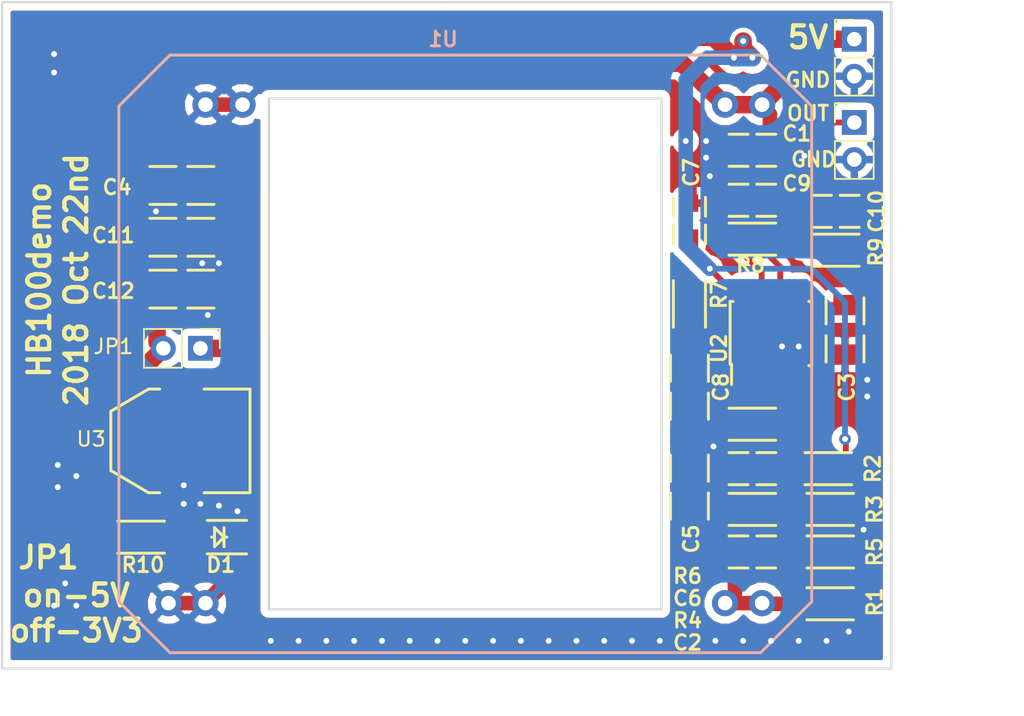
<source format=kicad_pcb>
(kicad_pcb (version 20171130) (host pcbnew "(5.0.0)")

  (general
    (thickness 1.6)
    (drawings 20)
    (tracks 201)
    (zones 0)
    (modules 29)
    (nets 15)
  )

  (page A4)
  (layers
    (0 F.Cu signal)
    (31 B.Cu signal hide)
    (32 B.Adhes user)
    (33 F.Adhes user)
    (34 B.Paste user)
    (35 F.Paste user)
    (36 B.SilkS user hide)
    (37 F.SilkS user)
    (38 B.Mask user hide)
    (39 F.Mask user hide)
    (40 Dwgs.User user)
    (41 Cmts.User user)
    (42 Eco1.User user)
    (43 Eco2.User user)
    (44 Edge.Cuts user)
    (45 Margin user)
    (46 B.CrtYd user hide)
    (47 F.CrtYd user hide)
    (48 B.Fab user hide)
    (49 F.Fab user)
  )

  (setup
    (last_trace_width 0.4)
    (user_trace_width 1)
    (user_trace_width 1.2)
    (trace_clearance 0.4)
    (zone_clearance 0.508)
    (zone_45_only no)
    (trace_min 0.2)
    (segment_width 0.2)
    (edge_width 0.15)
    (via_size 0.8)
    (via_drill 0.4)
    (via_min_size 0.4)
    (via_min_drill 0.3)
    (uvia_size 0.3)
    (uvia_drill 0.1)
    (uvias_allowed no)
    (uvia_min_size 0.2)
    (uvia_min_drill 0.1)
    (pcb_text_width 0.3)
    (pcb_text_size 1.5 1.5)
    (mod_edge_width 0.15)
    (mod_text_size 1 1)
    (mod_text_width 0.15)
    (pad_size 1.524 1.524)
    (pad_drill 0.762)
    (pad_to_mask_clearance 0.2)
    (aux_axis_origin 0 0)
    (visible_elements 7FFDF7FF)
    (pcbplotparams
      (layerselection 0x010fc_ffffffff)
      (usegerberextensions false)
      (usegerberattributes false)
      (usegerberadvancedattributes false)
      (creategerberjobfile false)
      (excludeedgelayer true)
      (linewidth 0.100000)
      (plotframeref true)
      (viasonmask false)
      (mode 1)
      (useauxorigin false)
      (hpglpennumber 1)
      (hpglpenspeed 20)
      (hpglpendiameter 15.000000)
      (psnegative false)
      (psa4output false)
      (plotreference true)
      (plotvalue false)
      (plotinvisibletext false)
      (padsonsilk false)
      (subtractmaskfromsilk false)
      (outputformat 1)
      (mirror false)
      (drillshape 0)
      (scaleselection 1)
      (outputdirectory ""))
  )

  (net 0 "")
  (net 1 +5V)
  (net 2 GND)
  (net 3 "Net-(C2-Pad1)")
  (net 4 "Net-(C2-Pad2)")
  (net 5 "Net-(C5-Pad1)")
  (net 6 "Net-(C6-Pad1)")
  (net 7 "Net-(C6-Pad2)")
  (net 8 VCC)
  (net 9 "Net-(C8-Pad1)")
  (net 10 "Net-(C9-Pad1)")
  (net 11 "Net-(C9-Pad2)")
  (net 12 "Net-(C10-Pad1)")
  (net 13 "Net-(C3-Pad1)")
  (net 14 "Net-(D1-Pad2)")

  (net_class Default "This is the default net class."
    (clearance 0.4)
    (trace_width 0.4)
    (via_dia 0.8)
    (via_drill 0.4)
    (uvia_dia 0.3)
    (uvia_drill 0.1)
    (add_net +5V)
    (add_net GND)
    (add_net "Net-(C10-Pad1)")
    (add_net "Net-(C2-Pad1)")
    (add_net "Net-(C2-Pad2)")
    (add_net "Net-(C3-Pad1)")
    (add_net "Net-(C5-Pad1)")
    (add_net "Net-(C6-Pad1)")
    (add_net "Net-(C6-Pad2)")
    (add_net "Net-(C8-Pad1)")
    (add_net "Net-(C9-Pad1)")
    (add_net "Net-(C9-Pad2)")
    (add_net "Net-(D1-Pad2)")
    (add_net VCC)
  )

  (module iMeetLib:SOIC-8_3.9x4.9mm_Pitch1.27mm_HS (layer F.Cu) (tedit 5BCDC8CB) (tstamp 5BCDA2C2)
    (at 161.925 76.073 90)
    (descr "8-Lead Plastic Small Outline (SN) - Narrow, 3.90 mm Body [SOIC] (see Microchip Packaging Specification 00000049BS.pdf)")
    (tags "SOIC 1.27")
    (path /5BCEE717)
    (attr smd)
    (fp_text reference U2 (at -1.016 -3.556 90) (layer F.SilkS)
      (effects (font (size 1 1) (thickness 0.2)))
    )
    (fp_text value LMV358 (at 0 3.5 90) (layer F.Fab)
      (effects (font (size 1 1) (thickness 0.15)))
    )
    (fp_line (start -3.9 2.75) (end 3.9 2.75) (layer F.CrtYd) (width 0.2))
    (fp_line (start -3.9 -2.75) (end 3.9 -2.75) (layer F.CrtYd) (width 0.2))
    (fp_line (start 3.9 -2.75) (end 3.9 2.75) (layer F.CrtYd) (width 0.2))
    (fp_line (start -3.9 -2.75) (end -3.9 2.75) (layer F.CrtYd) (width 0.2))
    (fp_line (start -1.95 -1.45) (end -0.95 -2.45) (layer F.Fab) (width 0.2))
    (fp_line (start -1.95 2.45) (end -1.95 -1.45) (layer F.Fab) (width 0.2))
    (fp_line (start 1.95 2.55) (end -1.95 2.55) (layer F.Fab) (width 0.2))
    (fp_line (start 1.95 -2.45) (end 1.95 2.45) (layer F.Fab) (width 0.2))
    (fp_line (start -0.95 -2.55) (end 1.95 -2.55) (layer F.Fab) (width 0.2))
    (fp_line (start -3 -2) (end -3 2) (layer F.Fab) (width 0.2))
    (fp_line (start -2.2 2.8) (end -2.2 2.6) (layer F.SilkS) (width 0.2))
    (fp_line (start 2.2 2.8) (end -2.2 2.8) (layer F.SilkS) (width 0.2))
    (fp_line (start 2.2 2.6) (end 2.2 2.8) (layer F.SilkS) (width 0.2))
    (fp_line (start 2.2 -2.8) (end -2.1 -2.8) (layer F.SilkS) (width 0.2))
    (fp_line (start 2.2 -2.6) (end 2.2 -2.8) (layer F.SilkS) (width 0.2))
    (fp_line (start -2.1 -2.7) (end -3.5 -2.7) (layer F.SilkS) (width 0.2))
    (fp_line (start -2.1 -2.8) (end -2.1 -2.7) (layer F.SilkS) (width 0.2))
    (pad 8 smd rect (at 2.9 -1.905 90) (size 1.55 0.6) (layers F.Cu F.Paste F.Mask)
      (net 8 VCC))
    (pad 7 smd rect (at 2.9 -0.635 90) (size 1.55 0.6) (layers F.Cu F.Paste F.Mask)
      (net 10 "Net-(C9-Pad1)"))
    (pad 6 smd rect (at 2.9 0.635 90) (size 1.55 0.6) (layers F.Cu F.Paste F.Mask)
      (net 11 "Net-(C9-Pad2)"))
    (pad 5 smd rect (at 2.9 1.905 90) (size 1.55 0.6) (layers F.Cu F.Paste F.Mask)
      (net 13 "Net-(C3-Pad1)"))
    (pad 4 smd rect (at -2.9 1.905 90) (size 1.55 0.6) (layers F.Cu F.Paste F.Mask)
      (net 2 GND))
    (pad 3 smd rect (at -2.9 0.635 90) (size 1.55 0.6) (layers F.Cu F.Paste F.Mask)
      (net 3 "Net-(C2-Pad1)"))
    (pad 2 smd rect (at -2.9 -0.635 90) (size 1.55 0.6) (layers F.Cu F.Paste F.Mask)
      (net 7 "Net-(C6-Pad2)"))
    (pad 1 smd rect (at -2.9 -1.905 90) (size 1.55 0.6) (layers F.Cu F.Paste F.Mask)
      (net 6 "Net-(C6-Pad1)"))
    (model Housings_SOIC.3dshapes/SOIC-8_3.9x4.9mm_Pitch1.27mm.wrl
      (at (xyz 0 0 0))
      (scale (xyz 1 1 1))
      (rotate (xyz 0 0 0))
    )
  )

  (module iMeetLib:LED_0805_HS (layer F.Cu) (tedit 5A50DAF0) (tstamp 5BCDA9AA)
    (at 124.079 90.043 180)
    (descr "LED 0805 smd package")
    (tags "LED 0805 SMD")
    (path /5BCFD9A4)
    (attr smd)
    (fp_text reference D1 (at -0.127 -1.905 180) (layer F.SilkS)
      (effects (font (size 1 1) (thickness 0.2)))
    )
    (fp_text value LED (at 0 1.75 180) (layer F.Fab)
      (effects (font (size 1 1) (thickness 0.15)))
    )
    (fp_line (start -2.1 -0.95) (end 2.1 -0.95) (layer F.CrtYd) (width 0.2))
    (fp_line (start -2.1 0.95) (end -2.1 -0.95) (layer F.CrtYd) (width 0.2))
    (fp_line (start 2.1 0.95) (end -2.1 0.95) (layer F.CrtYd) (width 0.2))
    (fp_line (start 2.1 -0.95) (end 2.1 0.95) (layer F.CrtYd) (width 0.2))
    (fp_line (start 0 0.35) (end -0.35 0) (layer F.SilkS) (width 0.2))
    (fp_line (start -0.35 0) (end 0 -0.35) (layer F.SilkS) (width 0.2))
    (fp_line (start -0.35 -0.35) (end -0.35 0.35) (layer F.SilkS) (width 0.2))
    (fp_line (start -1.9 -1.15) (end 0.8 -1.15) (layer F.SilkS) (width 0.2))
    (fp_line (start -1.9 1.15) (end 0.8 1.15) (layer F.SilkS) (width 0.2))
    (fp_line (start -1.016 -0.635) (end -1.016 0.635) (layer F.Fab) (width 0.2))
    (fp_line (start -1.016 0.635) (end 1.016 0.635) (layer F.Fab) (width 0.2))
    (fp_line (start 1.016 0.635) (end 1.016 -0.635) (layer F.Fab) (width 0.2))
    (fp_line (start 1.016 -0.635) (end -1.016 -0.635) (layer F.Fab) (width 0.2))
    (fp_line (start 0 -0.3) (end 0 0.3) (layer F.Fab) (width 0.2))
    (fp_line (start 0 0.3) (end -0.3 0) (layer F.Fab) (width 0.2))
    (fp_line (start -0.3 0) (end 0 -0.3) (layer F.Fab) (width 0.2))
    (fp_line (start -0.4 -0.3) (end -0.4 0.3) (layer F.Fab) (width 0.2))
    (fp_line (start 0.3 0.65) (end -0.35 0) (layer F.SilkS) (width 0.2))
    (fp_line (start 0.3 -0.65) (end 0.3 0.65) (layer F.SilkS) (width 0.2))
    (fp_line (start -0.35 0) (end 0.3 -0.65) (layer F.SilkS) (width 0.2))
    (fp_line (start -0.35 -0.35) (end -0.35 -0.65) (layer F.SilkS) (width 0.2))
    (fp_line (start -0.35 -0.65) (end -0.35 0.65) (layer F.SilkS) (width 0.2))
    (fp_line (start 0.3 0) (end 0.5 0) (layer F.SilkS) (width 0.2))
    (fp_line (start -0.35 0) (end -0.55 0) (layer F.SilkS) (width 0.2))
    (pad 1 smd rect (at -1.3 0) (size 1.19888 1.19888) (layers F.Cu F.Paste F.Mask)
      (net 2 GND))
    (pad 2 smd rect (at 1.3 0) (size 1.19888 1.19888) (layers F.Cu F.Paste F.Mask)
      (net 14 "Net-(D1-Pad2)"))
    (model LEDs.3dshapes/LED_0805.wrl
      (at (xyz 0 0 0))
      (scale (xyz 1 1 1))
      (rotate (xyz 0 0 0))
    )
  )

  (module iMeetLib:R_0805_HS (layer F.Cu) (tedit 5BCDD626) (tstamp 5BCDA9B0)
    (at 118.745 90.043)
    (path /5BCFD949)
    (fp_text reference R10 (at 0.127 1.905) (layer F.SilkS)
      (effects (font (size 1 1) (thickness 0.2)))
    )
    (fp_text value 2K (at 0 1.7) (layer F.Fab)
      (effects (font (size 1 1) (thickness 0.15)))
    )
    (fp_line (start 1.016 -0.635) (end -1.016 -0.635) (layer F.Fab) (width 0.154))
    (fp_line (start 1.016 0.635) (end 1.016 -0.635) (layer F.Fab) (width 0.154))
    (fp_line (start -1.016 0.635) (end 1.016 0.635) (layer F.Fab) (width 0.154))
    (fp_line (start -1.016 -0.635) (end -1.016 0.635) (layer F.Fab) (width 0.154))
    (fp_line (start 0.6096 -0.635) (end 0.6096 0.635) (layer F.Fab) (width 0.154))
    (fp_line (start -0.6096 -0.635) (end -0.6096 0.635) (layer F.Fab) (width 0.154))
    (fp_line (start -2.1 -0.8) (end -2.1 0.8) (layer F.CrtYd) (width 0.154))
    (fp_line (start -2.1 -0.9) (end -2.1 -0.7) (layer F.CrtYd) (width 0.154))
    (fp_line (start 2.1 -0.9) (end -2.1 -0.9) (layer F.CrtYd) (width 0.154))
    (fp_line (start 2.1 0.9) (end 2.1 -0.9) (layer F.CrtYd) (width 0.154))
    (fp_line (start -2.1 0.9) (end 2.1 0.9) (layer F.CrtYd) (width 0.154))
    (fp_line (start -2.1 0.8) (end -2.1 0.9) (layer F.CrtYd) (width 0.154))
    (fp_line (start -1.6 -1.1) (end 1.6 -1.1) (layer F.SilkS) (width 0.2))
    (fp_line (start -1.6 1.1) (end 1.6 1.1) (layer F.SilkS) (width 0.2))
    (pad 2 smd rect (at 1.2 0) (size 1.2 1.2) (layers F.Cu F.Paste F.Mask)
      (net 14 "Net-(D1-Pad2)"))
    (pad 1 smd rect (at -1.2 0) (size 1.2 1.2) (layers F.Cu F.Paste F.Mask)
      (net 8 VCC))
  )

  (module iMeetLib:R_0805_HS (layer F.Cu) (tedit 5BCDD626) (tstamp 5BCDA2AC)
    (at 166.37 70.358 180)
    (path /5BCF1A36)
    (fp_text reference R9 (at -2.794 -0.127 270) (layer F.SilkS)
      (effects (font (size 1 1) (thickness 0.2)))
    )
    (fp_text value 1K (at 0 1.7 180) (layer F.Fab)
      (effects (font (size 1 1) (thickness 0.15)))
    )
    (fp_line (start 1.016 -0.635) (end -1.016 -0.635) (layer F.Fab) (width 0.154))
    (fp_line (start 1.016 0.635) (end 1.016 -0.635) (layer F.Fab) (width 0.154))
    (fp_line (start -1.016 0.635) (end 1.016 0.635) (layer F.Fab) (width 0.154))
    (fp_line (start -1.016 -0.635) (end -1.016 0.635) (layer F.Fab) (width 0.154))
    (fp_line (start 0.6096 -0.635) (end 0.6096 0.635) (layer F.Fab) (width 0.154))
    (fp_line (start -0.6096 -0.635) (end -0.6096 0.635) (layer F.Fab) (width 0.154))
    (fp_line (start -2.1 -0.8) (end -2.1 0.8) (layer F.CrtYd) (width 0.154))
    (fp_line (start -2.1 -0.9) (end -2.1 -0.7) (layer F.CrtYd) (width 0.154))
    (fp_line (start 2.1 -0.9) (end -2.1 -0.9) (layer F.CrtYd) (width 0.154))
    (fp_line (start 2.1 0.9) (end 2.1 -0.9) (layer F.CrtYd) (width 0.154))
    (fp_line (start -2.1 0.9) (end 2.1 0.9) (layer F.CrtYd) (width 0.154))
    (fp_line (start -2.1 0.8) (end -2.1 0.9) (layer F.CrtYd) (width 0.154))
    (fp_line (start -1.6 -1.1) (end 1.6 -1.1) (layer F.SilkS) (width 0.2))
    (fp_line (start -1.6 1.1) (end 1.6 1.1) (layer F.SilkS) (width 0.2))
    (pad 2 smd rect (at 1.2 0 180) (size 1.2 1.2) (layers F.Cu F.Paste F.Mask)
      (net 10 "Net-(C9-Pad1)"))
    (pad 1 smd rect (at -1.2 0 180) (size 1.2 1.2) (layers F.Cu F.Paste F.Mask)
      (net 12 "Net-(C10-Pad1)"))
  )

  (module iMeetLib:R_0805_HS (layer F.Cu) (tedit 5BCDD626) (tstamp 5BCDA2A6)
    (at 160.655 69.596)
    (path /5BCF13D9)
    (fp_text reference R8 (at -0.127 1.778) (layer F.SilkS)
      (effects (font (size 1 1) (thickness 0.2)))
    )
    (fp_text value 1M (at 0 1.7) (layer F.Fab)
      (effects (font (size 1 1) (thickness 0.15)))
    )
    (fp_line (start 1.016 -0.635) (end -1.016 -0.635) (layer F.Fab) (width 0.154))
    (fp_line (start 1.016 0.635) (end 1.016 -0.635) (layer F.Fab) (width 0.154))
    (fp_line (start -1.016 0.635) (end 1.016 0.635) (layer F.Fab) (width 0.154))
    (fp_line (start -1.016 -0.635) (end -1.016 0.635) (layer F.Fab) (width 0.154))
    (fp_line (start 0.6096 -0.635) (end 0.6096 0.635) (layer F.Fab) (width 0.154))
    (fp_line (start -0.6096 -0.635) (end -0.6096 0.635) (layer F.Fab) (width 0.154))
    (fp_line (start -2.1 -0.8) (end -2.1 0.8) (layer F.CrtYd) (width 0.154))
    (fp_line (start -2.1 -0.9) (end -2.1 -0.7) (layer F.CrtYd) (width 0.154))
    (fp_line (start 2.1 -0.9) (end -2.1 -0.9) (layer F.CrtYd) (width 0.154))
    (fp_line (start 2.1 0.9) (end 2.1 -0.9) (layer F.CrtYd) (width 0.154))
    (fp_line (start -2.1 0.9) (end 2.1 0.9) (layer F.CrtYd) (width 0.154))
    (fp_line (start -2.1 0.8) (end -2.1 0.9) (layer F.CrtYd) (width 0.154))
    (fp_line (start -1.6 -1.1) (end 1.6 -1.1) (layer F.SilkS) (width 0.2))
    (fp_line (start -1.6 1.1) (end 1.6 1.1) (layer F.SilkS) (width 0.2))
    (pad 2 smd rect (at 1.2 0) (size 1.2 1.2) (layers F.Cu F.Paste F.Mask)
      (net 11 "Net-(C9-Pad2)"))
    (pad 1 smd rect (at -1.2 0) (size 1.2 1.2) (layers F.Cu F.Paste F.Mask)
      (net 10 "Net-(C9-Pad1)"))
  )

  (module iMeetLib:R_0805_HS (layer F.Cu) (tedit 5BCDD626) (tstamp 5BCDA2A0)
    (at 156.337 74.041 270)
    (path /5BCF0FCD)
    (fp_text reference R7 (at -0.635 -2.032 270) (layer F.SilkS)
      (effects (font (size 1 1) (thickness 0.2)))
    )
    (fp_text value 8.2K (at 0 1.7 270) (layer F.Fab)
      (effects (font (size 1 1) (thickness 0.15)))
    )
    (fp_line (start 1.016 -0.635) (end -1.016 -0.635) (layer F.Fab) (width 0.154))
    (fp_line (start 1.016 0.635) (end 1.016 -0.635) (layer F.Fab) (width 0.154))
    (fp_line (start -1.016 0.635) (end 1.016 0.635) (layer F.Fab) (width 0.154))
    (fp_line (start -1.016 -0.635) (end -1.016 0.635) (layer F.Fab) (width 0.154))
    (fp_line (start 0.6096 -0.635) (end 0.6096 0.635) (layer F.Fab) (width 0.154))
    (fp_line (start -0.6096 -0.635) (end -0.6096 0.635) (layer F.Fab) (width 0.154))
    (fp_line (start -2.1 -0.8) (end -2.1 0.8) (layer F.CrtYd) (width 0.154))
    (fp_line (start -2.1 -0.9) (end -2.1 -0.7) (layer F.CrtYd) (width 0.154))
    (fp_line (start 2.1 -0.9) (end -2.1 -0.9) (layer F.CrtYd) (width 0.154))
    (fp_line (start 2.1 0.9) (end 2.1 -0.9) (layer F.CrtYd) (width 0.154))
    (fp_line (start -2.1 0.9) (end 2.1 0.9) (layer F.CrtYd) (width 0.154))
    (fp_line (start -2.1 0.8) (end -2.1 0.9) (layer F.CrtYd) (width 0.154))
    (fp_line (start -1.6 -1.1) (end 1.6 -1.1) (layer F.SilkS) (width 0.2))
    (fp_line (start -1.6 1.1) (end 1.6 1.1) (layer F.SilkS) (width 0.2))
    (pad 2 smd rect (at 1.2 0 270) (size 1.2 1.2) (layers F.Cu F.Paste F.Mask)
      (net 9 "Net-(C8-Pad1)"))
    (pad 1 smd rect (at -1.2 0 270) (size 1.2 1.2) (layers F.Cu F.Paste F.Mask)
      (net 11 "Net-(C9-Pad2)"))
  )

  (module iMeetLib:R_0805_HS (layer F.Cu) (tedit 5BCDD626) (tstamp 5BCDA29A)
    (at 160.655 82.296)
    (path /5BCEF594)
    (fp_text reference R6 (at -4.445 10.414) (layer F.SilkS)
      (effects (font (size 1 1) (thickness 0.2)))
    )
    (fp_text value 1M (at 0 1.7) (layer F.Fab)
      (effects (font (size 1 1) (thickness 0.15)))
    )
    (fp_line (start 1.016 -0.635) (end -1.016 -0.635) (layer F.Fab) (width 0.154))
    (fp_line (start 1.016 0.635) (end 1.016 -0.635) (layer F.Fab) (width 0.154))
    (fp_line (start -1.016 0.635) (end 1.016 0.635) (layer F.Fab) (width 0.154))
    (fp_line (start -1.016 -0.635) (end -1.016 0.635) (layer F.Fab) (width 0.154))
    (fp_line (start 0.6096 -0.635) (end 0.6096 0.635) (layer F.Fab) (width 0.154))
    (fp_line (start -0.6096 -0.635) (end -0.6096 0.635) (layer F.Fab) (width 0.154))
    (fp_line (start -2.1 -0.8) (end -2.1 0.8) (layer F.CrtYd) (width 0.154))
    (fp_line (start -2.1 -0.9) (end -2.1 -0.7) (layer F.CrtYd) (width 0.154))
    (fp_line (start 2.1 -0.9) (end -2.1 -0.9) (layer F.CrtYd) (width 0.154))
    (fp_line (start 2.1 0.9) (end 2.1 -0.9) (layer F.CrtYd) (width 0.154))
    (fp_line (start -2.1 0.9) (end 2.1 0.9) (layer F.CrtYd) (width 0.154))
    (fp_line (start -2.1 0.8) (end -2.1 0.9) (layer F.CrtYd) (width 0.154))
    (fp_line (start -1.6 -1.1) (end 1.6 -1.1) (layer F.SilkS) (width 0.2))
    (fp_line (start -1.6 1.1) (end 1.6 1.1) (layer F.SilkS) (width 0.2))
    (pad 2 smd rect (at 1.2 0) (size 1.2 1.2) (layers F.Cu F.Paste F.Mask)
      (net 7 "Net-(C6-Pad2)"))
    (pad 1 smd rect (at -1.2 0) (size 1.2 1.2) (layers F.Cu F.Paste F.Mask)
      (net 6 "Net-(C6-Pad1)"))
  )

  (module iMeetLib:R_0805_HS (layer F.Cu) (tedit 5BCDD626) (tstamp 5BCDA294)
    (at 165.989 91.059 180)
    (path /5BCEE525)
    (fp_text reference R5 (at -3.048 0 270) (layer F.SilkS)
      (effects (font (size 1 1) (thickness 0.2)))
    )
    (fp_text value 330K (at 0 1.7 180) (layer F.Fab)
      (effects (font (size 1 1) (thickness 0.15)))
    )
    (fp_line (start 1.016 -0.635) (end -1.016 -0.635) (layer F.Fab) (width 0.154))
    (fp_line (start 1.016 0.635) (end 1.016 -0.635) (layer F.Fab) (width 0.154))
    (fp_line (start -1.016 0.635) (end 1.016 0.635) (layer F.Fab) (width 0.154))
    (fp_line (start -1.016 -0.635) (end -1.016 0.635) (layer F.Fab) (width 0.154))
    (fp_line (start 0.6096 -0.635) (end 0.6096 0.635) (layer F.Fab) (width 0.154))
    (fp_line (start -0.6096 -0.635) (end -0.6096 0.635) (layer F.Fab) (width 0.154))
    (fp_line (start -2.1 -0.8) (end -2.1 0.8) (layer F.CrtYd) (width 0.154))
    (fp_line (start -2.1 -0.9) (end -2.1 -0.7) (layer F.CrtYd) (width 0.154))
    (fp_line (start 2.1 -0.9) (end -2.1 -0.9) (layer F.CrtYd) (width 0.154))
    (fp_line (start 2.1 0.9) (end 2.1 -0.9) (layer F.CrtYd) (width 0.154))
    (fp_line (start -2.1 0.9) (end 2.1 0.9) (layer F.CrtYd) (width 0.154))
    (fp_line (start -2.1 0.8) (end -2.1 0.9) (layer F.CrtYd) (width 0.154))
    (fp_line (start -1.6 -1.1) (end 1.6 -1.1) (layer F.SilkS) (width 0.2))
    (fp_line (start -1.6 1.1) (end 1.6 1.1) (layer F.SilkS) (width 0.2))
    (pad 2 smd rect (at 1.2 0 180) (size 1.2 1.2) (layers F.Cu F.Paste F.Mask)
      (net 3 "Net-(C2-Pad1)"))
    (pad 1 smd rect (at -1.2 0 180) (size 1.2 1.2) (layers F.Cu F.Paste F.Mask)
      (net 13 "Net-(C3-Pad1)"))
  )

  (module iMeetLib:R_0805_HS (layer F.Cu) (tedit 5BCDD626) (tstamp 5BCDA28E)
    (at 160.655 88.138 180)
    (path /5BCEF817)
    (fp_text reference R4 (at 4.445 -7.62 180) (layer F.SilkS)
      (effects (font (size 1 1) (thickness 0.2)))
    )
    (fp_text value 10K (at 0 1.7 180) (layer F.Fab)
      (effects (font (size 1 1) (thickness 0.15)))
    )
    (fp_line (start 1.016 -0.635) (end -1.016 -0.635) (layer F.Fab) (width 0.154))
    (fp_line (start 1.016 0.635) (end 1.016 -0.635) (layer F.Fab) (width 0.154))
    (fp_line (start -1.016 0.635) (end 1.016 0.635) (layer F.Fab) (width 0.154))
    (fp_line (start -1.016 -0.635) (end -1.016 0.635) (layer F.Fab) (width 0.154))
    (fp_line (start 0.6096 -0.635) (end 0.6096 0.635) (layer F.Fab) (width 0.154))
    (fp_line (start -0.6096 -0.635) (end -0.6096 0.635) (layer F.Fab) (width 0.154))
    (fp_line (start -2.1 -0.8) (end -2.1 0.8) (layer F.CrtYd) (width 0.154))
    (fp_line (start -2.1 -0.9) (end -2.1 -0.7) (layer F.CrtYd) (width 0.154))
    (fp_line (start 2.1 -0.9) (end -2.1 -0.9) (layer F.CrtYd) (width 0.154))
    (fp_line (start 2.1 0.9) (end 2.1 -0.9) (layer F.CrtYd) (width 0.154))
    (fp_line (start -2.1 0.9) (end 2.1 0.9) (layer F.CrtYd) (width 0.154))
    (fp_line (start -2.1 0.8) (end -2.1 0.9) (layer F.CrtYd) (width 0.154))
    (fp_line (start -1.6 -1.1) (end 1.6 -1.1) (layer F.SilkS) (width 0.2))
    (fp_line (start -1.6 1.1) (end 1.6 1.1) (layer F.SilkS) (width 0.2))
    (pad 2 smd rect (at 1.2 0 180) (size 1.2 1.2) (layers F.Cu F.Paste F.Mask)
      (net 5 "Net-(C5-Pad1)"))
    (pad 1 smd rect (at -1.2 0 180) (size 1.2 1.2) (layers F.Cu F.Paste F.Mask)
      (net 7 "Net-(C6-Pad2)"))
  )

  (module iMeetLib:R_0805_HS (layer F.Cu) (tedit 5BCDD626) (tstamp 5BCDA288)
    (at 165.989 88.138)
    (path /5BCEEB6A)
    (fp_text reference R3 (at 3.048 0 90) (layer F.SilkS)
      (effects (font (size 1 1) (thickness 0.2)))
    )
    (fp_text value 100K (at 0 1.7) (layer F.Fab)
      (effects (font (size 1 1) (thickness 0.15)))
    )
    (fp_line (start 1.016 -0.635) (end -1.016 -0.635) (layer F.Fab) (width 0.154))
    (fp_line (start 1.016 0.635) (end 1.016 -0.635) (layer F.Fab) (width 0.154))
    (fp_line (start -1.016 0.635) (end 1.016 0.635) (layer F.Fab) (width 0.154))
    (fp_line (start -1.016 -0.635) (end -1.016 0.635) (layer F.Fab) (width 0.154))
    (fp_line (start 0.6096 -0.635) (end 0.6096 0.635) (layer F.Fab) (width 0.154))
    (fp_line (start -0.6096 -0.635) (end -0.6096 0.635) (layer F.Fab) (width 0.154))
    (fp_line (start -2.1 -0.8) (end -2.1 0.8) (layer F.CrtYd) (width 0.154))
    (fp_line (start -2.1 -0.9) (end -2.1 -0.7) (layer F.CrtYd) (width 0.154))
    (fp_line (start 2.1 -0.9) (end -2.1 -0.9) (layer F.CrtYd) (width 0.154))
    (fp_line (start 2.1 0.9) (end 2.1 -0.9) (layer F.CrtYd) (width 0.154))
    (fp_line (start -2.1 0.9) (end 2.1 0.9) (layer F.CrtYd) (width 0.154))
    (fp_line (start -2.1 0.8) (end -2.1 0.9) (layer F.CrtYd) (width 0.154))
    (fp_line (start -1.6 -1.1) (end 1.6 -1.1) (layer F.SilkS) (width 0.2))
    (fp_line (start -1.6 1.1) (end 1.6 1.1) (layer F.SilkS) (width 0.2))
    (pad 2 smd rect (at 1.2 0) (size 1.2 1.2) (layers F.Cu F.Paste F.Mask)
      (net 2 GND))
    (pad 1 smd rect (at -1.2 0) (size 1.2 1.2) (layers F.Cu F.Paste F.Mask)
      (net 13 "Net-(C3-Pad1)"))
  )

  (module iMeetLib:R_0805_HS (layer F.Cu) (tedit 5BCDD626) (tstamp 5BCDA282)
    (at 165.862 85.344 180)
    (path /5BCEEB3D)
    (fp_text reference R2 (at -3.048 0 270) (layer F.SilkS)
      (effects (font (size 1 1) (thickness 0.2)))
    )
    (fp_text value 100K (at 0 1.7 180) (layer F.Fab)
      (effects (font (size 1 1) (thickness 0.15)))
    )
    (fp_line (start 1.016 -0.635) (end -1.016 -0.635) (layer F.Fab) (width 0.154))
    (fp_line (start 1.016 0.635) (end 1.016 -0.635) (layer F.Fab) (width 0.154))
    (fp_line (start -1.016 0.635) (end 1.016 0.635) (layer F.Fab) (width 0.154))
    (fp_line (start -1.016 -0.635) (end -1.016 0.635) (layer F.Fab) (width 0.154))
    (fp_line (start 0.6096 -0.635) (end 0.6096 0.635) (layer F.Fab) (width 0.154))
    (fp_line (start -0.6096 -0.635) (end -0.6096 0.635) (layer F.Fab) (width 0.154))
    (fp_line (start -2.1 -0.8) (end -2.1 0.8) (layer F.CrtYd) (width 0.154))
    (fp_line (start -2.1 -0.9) (end -2.1 -0.7) (layer F.CrtYd) (width 0.154))
    (fp_line (start 2.1 -0.9) (end -2.1 -0.9) (layer F.CrtYd) (width 0.154))
    (fp_line (start 2.1 0.9) (end 2.1 -0.9) (layer F.CrtYd) (width 0.154))
    (fp_line (start -2.1 0.9) (end 2.1 0.9) (layer F.CrtYd) (width 0.154))
    (fp_line (start -2.1 0.8) (end -2.1 0.9) (layer F.CrtYd) (width 0.154))
    (fp_line (start -1.6 -1.1) (end 1.6 -1.1) (layer F.SilkS) (width 0.2))
    (fp_line (start -1.6 1.1) (end 1.6 1.1) (layer F.SilkS) (width 0.2))
    (pad 2 smd rect (at 1.2 0 180) (size 1.2 1.2) (layers F.Cu F.Paste F.Mask)
      (net 13 "Net-(C3-Pad1)"))
    (pad 1 smd rect (at -1.2 0 180) (size 1.2 1.2) (layers F.Cu F.Paste F.Mask)
      (net 8 VCC))
  )

  (module iMeetLib:R_0805_HS (layer F.Cu) (tedit 5BCDD626) (tstamp 5BCDA27C)
    (at 165.989 94.615)
    (path /5BCEE01A)
    (fp_text reference R1 (at 3.048 -0.127 90) (layer F.SilkS)
      (effects (font (size 1 1) (thickness 0.2)))
    )
    (fp_text value 12K (at 0 1.7) (layer F.Fab)
      (effects (font (size 1 1) (thickness 0.15)))
    )
    (fp_line (start 1.016 -0.635) (end -1.016 -0.635) (layer F.Fab) (width 0.154))
    (fp_line (start 1.016 0.635) (end 1.016 -0.635) (layer F.Fab) (width 0.154))
    (fp_line (start -1.016 0.635) (end 1.016 0.635) (layer F.Fab) (width 0.154))
    (fp_line (start -1.016 -0.635) (end -1.016 0.635) (layer F.Fab) (width 0.154))
    (fp_line (start 0.6096 -0.635) (end 0.6096 0.635) (layer F.Fab) (width 0.154))
    (fp_line (start -0.6096 -0.635) (end -0.6096 0.635) (layer F.Fab) (width 0.154))
    (fp_line (start -2.1 -0.8) (end -2.1 0.8) (layer F.CrtYd) (width 0.154))
    (fp_line (start -2.1 -0.9) (end -2.1 -0.7) (layer F.CrtYd) (width 0.154))
    (fp_line (start 2.1 -0.9) (end -2.1 -0.9) (layer F.CrtYd) (width 0.154))
    (fp_line (start 2.1 0.9) (end 2.1 -0.9) (layer F.CrtYd) (width 0.154))
    (fp_line (start -2.1 0.9) (end 2.1 0.9) (layer F.CrtYd) (width 0.154))
    (fp_line (start -2.1 0.8) (end -2.1 0.9) (layer F.CrtYd) (width 0.154))
    (fp_line (start -1.6 -1.1) (end 1.6 -1.1) (layer F.SilkS) (width 0.2))
    (fp_line (start -1.6 1.1) (end 1.6 1.1) (layer F.SilkS) (width 0.2))
    (pad 2 smd rect (at 1.2 0) (size 1.2 1.2) (layers F.Cu F.Paste F.Mask)
      (net 2 GND))
    (pad 1 smd rect (at -1.2 0) (size 1.2 1.2) (layers F.Cu F.Paste F.Mask)
      (net 4 "Net-(C2-Pad2)"))
  )

  (module iMeetLib:C_1206_HS (layer F.Cu) (tedit 5BCDD64C) (tstamp 5BCDA566)
    (at 121.539 65.913 180)
    (descr "Capacitor SMD 1206, reflow soldering, AVX (see smccp.pdf)")
    (tags "capacitor 1206")
    (path /5BCF3F1A)
    (attr smd)
    (fp_text reference C4 (at 4.445 -0.127 180) (layer F.SilkS)
      (effects (font (size 1 1) (thickness 0.2)))
    )
    (fp_text value 10uF (at 0 2.3 180) (layer F.Fab)
      (effects (font (size 1 1) (thickness 0.15)))
    )
    (fp_line (start 0.4 1.3) (end 2.2 1.3) (layer F.SilkS) (width 0.2))
    (fp_line (start 2.2 -1.3) (end 0.4 -1.3) (layer F.SilkS) (width 0.2))
    (fp_line (start 2.7 -1.15) (end 2.7 1.15) (layer F.CrtYd) (width 0.05))
    (fp_line (start -2.7 -1.15) (end -2.7 1.15) (layer F.CrtYd) (width 0.05))
    (fp_line (start -2.7 1.15) (end 2.7 1.15) (layer F.CrtYd) (width 0.05))
    (fp_line (start -2.7 -1.15) (end 2.7 -1.15) (layer F.CrtYd) (width 0.05))
    (fp_line (start -1.6 -0.8) (end 1.6 -0.8) (layer F.Fab) (width 0.15))
    (fp_line (start 1.6 -0.8) (end 1.6 0.8) (layer F.Fab) (width 0.15))
    (fp_line (start 1.6 0.8) (end -1.6 0.8) (layer F.Fab) (width 0.15))
    (fp_line (start -1.6 0.8) (end -1.6 -0.8) (layer F.Fab) (width 0.15))
    (fp_line (start -2.2 1.3) (end -0.4 1.3) (layer F.SilkS) (width 0.2))
    (fp_line (start -0.4 -1.3) (end -2.2 -1.3) (layer F.SilkS) (width 0.2))
    (pad 2 smd rect (at 1.7 0 180) (size 1.4 1.6) (layers F.Cu F.Paste F.Mask)
      (net 2 GND))
    (pad 1 smd rect (at -1.7 0 180) (size 1.4 1.6) (layers F.Cu F.Paste F.Mask)
      (net 1 +5V))
    (model Capacitors_SMD.3dshapes/C_1206.wrl
      (at (xyz 0 0 0))
      (scale (xyz 1 1 1))
      (rotate (xyz 0 0 0))
    )
  )

  (module iMeetLib:C_1206_HS (layer F.Cu) (tedit 5BCDD64C) (tstamp 5BCDA561)
    (at 167.005 75.819 270)
    (descr "Capacitor SMD 1206, reflow soldering, AVX (see smccp.pdf)")
    (tags "capacitor 1206")
    (path /5BCF49F9)
    (attr smd)
    (fp_text reference C3 (at 3.937 -0.127 270) (layer F.SilkS)
      (effects (font (size 1 1) (thickness 0.2)))
    )
    (fp_text value 10uF (at 0 2.3 270) (layer F.Fab)
      (effects (font (size 1 1) (thickness 0.15)))
    )
    (fp_line (start 0.4 1.3) (end 2.2 1.3) (layer F.SilkS) (width 0.2))
    (fp_line (start 2.2 -1.3) (end 0.4 -1.3) (layer F.SilkS) (width 0.2))
    (fp_line (start 2.7 -1.15) (end 2.7 1.15) (layer F.CrtYd) (width 0.05))
    (fp_line (start -2.7 -1.15) (end -2.7 1.15) (layer F.CrtYd) (width 0.05))
    (fp_line (start -2.7 1.15) (end 2.7 1.15) (layer F.CrtYd) (width 0.05))
    (fp_line (start -2.7 -1.15) (end 2.7 -1.15) (layer F.CrtYd) (width 0.05))
    (fp_line (start -1.6 -0.8) (end 1.6 -0.8) (layer F.Fab) (width 0.15))
    (fp_line (start 1.6 -0.8) (end 1.6 0.8) (layer F.Fab) (width 0.15))
    (fp_line (start 1.6 0.8) (end -1.6 0.8) (layer F.Fab) (width 0.15))
    (fp_line (start -1.6 0.8) (end -1.6 -0.8) (layer F.Fab) (width 0.15))
    (fp_line (start -2.2 1.3) (end -0.4 1.3) (layer F.SilkS) (width 0.2))
    (fp_line (start -0.4 -1.3) (end -2.2 -1.3) (layer F.SilkS) (width 0.2))
    (pad 2 smd rect (at 1.7 0 270) (size 1.4 1.6) (layers F.Cu F.Paste F.Mask)
      (net 2 GND))
    (pad 1 smd rect (at -1.7 0 270) (size 1.4 1.6) (layers F.Cu F.Paste F.Mask)
      (net 13 "Net-(C3-Pad1)"))
    (model Capacitors_SMD.3dshapes/C_1206.wrl
      (at (xyz 0 0 0))
      (scale (xyz 1 1 1))
      (rotate (xyz 0 0 0))
    )
  )

  (module iMeetLib:C_1206_HS (layer F.Cu) (tedit 5BCDD64C) (tstamp 5BCDA462)
    (at 121.539 73.025)
    (descr "Capacitor SMD 1206, reflow soldering, AVX (see smccp.pdf)")
    (tags "capacitor 1206")
    (path /5BCF8BD9)
    (attr smd)
    (fp_text reference C12 (at -4.699 0.127) (layer F.SilkS)
      (effects (font (size 1 1) (thickness 0.2)))
    )
    (fp_text value 10uF (at 0 2.3) (layer F.Fab)
      (effects (font (size 1 1) (thickness 0.15)))
    )
    (fp_line (start 0.4 1.3) (end 2.2 1.3) (layer F.SilkS) (width 0.2))
    (fp_line (start 2.2 -1.3) (end 0.4 -1.3) (layer F.SilkS) (width 0.2))
    (fp_line (start 2.7 -1.15) (end 2.7 1.15) (layer F.CrtYd) (width 0.05))
    (fp_line (start -2.7 -1.15) (end -2.7 1.15) (layer F.CrtYd) (width 0.05))
    (fp_line (start -2.7 1.15) (end 2.7 1.15) (layer F.CrtYd) (width 0.05))
    (fp_line (start -2.7 -1.15) (end 2.7 -1.15) (layer F.CrtYd) (width 0.05))
    (fp_line (start -1.6 -0.8) (end 1.6 -0.8) (layer F.Fab) (width 0.15))
    (fp_line (start 1.6 -0.8) (end 1.6 0.8) (layer F.Fab) (width 0.15))
    (fp_line (start 1.6 0.8) (end -1.6 0.8) (layer F.Fab) (width 0.15))
    (fp_line (start -1.6 0.8) (end -1.6 -0.8) (layer F.Fab) (width 0.15))
    (fp_line (start -2.2 1.3) (end -0.4 1.3) (layer F.SilkS) (width 0.2))
    (fp_line (start -0.4 -1.3) (end -2.2 -1.3) (layer F.SilkS) (width 0.2))
    (pad 2 smd rect (at 1.7 0) (size 1.4 1.6) (layers F.Cu F.Paste F.Mask)
      (net 2 GND))
    (pad 1 smd rect (at -1.7 0) (size 1.4 1.6) (layers F.Cu F.Paste F.Mask)
      (net 8 VCC))
    (model Capacitors_SMD.3dshapes/C_1206.wrl
      (at (xyz 0 0 0))
      (scale (xyz 1 1 1))
      (rotate (xyz 0 0 0))
    )
  )

  (module iMeetLib:C_1206_HS (layer F.Cu) (tedit 5BCDD64C) (tstamp 5BCDA45C)
    (at 121.539 69.469)
    (descr "Capacitor SMD 1206, reflow soldering, AVX (see smccp.pdf)")
    (tags "capacitor 1206")
    (path /5BCF850F)
    (attr smd)
    (fp_text reference C11 (at -4.699 -0.127) (layer F.SilkS)
      (effects (font (size 1 1) (thickness 0.2)))
    )
    (fp_text value 10uF (at 0 2.3) (layer F.Fab)
      (effects (font (size 1 1) (thickness 0.15)))
    )
    (fp_line (start 0.4 1.3) (end 2.2 1.3) (layer F.SilkS) (width 0.2))
    (fp_line (start 2.2 -1.3) (end 0.4 -1.3) (layer F.SilkS) (width 0.2))
    (fp_line (start 2.7 -1.15) (end 2.7 1.15) (layer F.CrtYd) (width 0.05))
    (fp_line (start -2.7 -1.15) (end -2.7 1.15) (layer F.CrtYd) (width 0.05))
    (fp_line (start -2.7 1.15) (end 2.7 1.15) (layer F.CrtYd) (width 0.05))
    (fp_line (start -2.7 -1.15) (end 2.7 -1.15) (layer F.CrtYd) (width 0.05))
    (fp_line (start -1.6 -0.8) (end 1.6 -0.8) (layer F.Fab) (width 0.15))
    (fp_line (start 1.6 -0.8) (end 1.6 0.8) (layer F.Fab) (width 0.15))
    (fp_line (start 1.6 0.8) (end -1.6 0.8) (layer F.Fab) (width 0.15))
    (fp_line (start -1.6 0.8) (end -1.6 -0.8) (layer F.Fab) (width 0.15))
    (fp_line (start -2.2 1.3) (end -0.4 1.3) (layer F.SilkS) (width 0.2))
    (fp_line (start -0.4 -1.3) (end -2.2 -1.3) (layer F.SilkS) (width 0.2))
    (pad 2 smd rect (at 1.7 0) (size 1.4 1.6) (layers F.Cu F.Paste F.Mask)
      (net 2 GND))
    (pad 1 smd rect (at -1.7 0) (size 1.4 1.6) (layers F.Cu F.Paste F.Mask)
      (net 8 VCC))
    (model Capacitors_SMD.3dshapes/C_1206.wrl
      (at (xyz 0 0 0))
      (scale (xyz 1 1 1))
      (rotate (xyz 0 0 0))
    )
  )

  (module iMeetLib:C_1206_HS (layer F.Cu) (tedit 5BCDD64C) (tstamp 5BCDA26A)
    (at 156.337 79.756 270)
    (descr "Capacitor SMD 1206, reflow soldering, AVX (see smccp.pdf)")
    (tags "capacitor 1206")
    (path /5BCF0D3F)
    (attr smd)
    (fp_text reference C8 (at 0 -2.159 270) (layer F.SilkS)
      (effects (font (size 1 1) (thickness 0.2)))
    )
    (fp_text value 4.7uF (at 0 2.3 270) (layer F.Fab)
      (effects (font (size 1 1) (thickness 0.15)))
    )
    (fp_line (start 0.4 1.3) (end 2.2 1.3) (layer F.SilkS) (width 0.2))
    (fp_line (start 2.2 -1.3) (end 0.4 -1.3) (layer F.SilkS) (width 0.2))
    (fp_line (start 2.7 -1.15) (end 2.7 1.15) (layer F.CrtYd) (width 0.05))
    (fp_line (start -2.7 -1.15) (end -2.7 1.15) (layer F.CrtYd) (width 0.05))
    (fp_line (start -2.7 1.15) (end 2.7 1.15) (layer F.CrtYd) (width 0.05))
    (fp_line (start -2.7 -1.15) (end 2.7 -1.15) (layer F.CrtYd) (width 0.05))
    (fp_line (start -1.6 -0.8) (end 1.6 -0.8) (layer F.Fab) (width 0.15))
    (fp_line (start 1.6 -0.8) (end 1.6 0.8) (layer F.Fab) (width 0.15))
    (fp_line (start 1.6 0.8) (end -1.6 0.8) (layer F.Fab) (width 0.15))
    (fp_line (start -1.6 0.8) (end -1.6 -0.8) (layer F.Fab) (width 0.15))
    (fp_line (start -2.2 1.3) (end -0.4 1.3) (layer F.SilkS) (width 0.2))
    (fp_line (start -0.4 -1.3) (end -2.2 -1.3) (layer F.SilkS) (width 0.2))
    (pad 2 smd rect (at 1.7 0 270) (size 1.4 1.6) (layers F.Cu F.Paste F.Mask)
      (net 6 "Net-(C6-Pad1)"))
    (pad 1 smd rect (at -1.7 0 270) (size 1.4 1.6) (layers F.Cu F.Paste F.Mask)
      (net 9 "Net-(C8-Pad1)"))
    (model Capacitors_SMD.3dshapes/C_1206.wrl
      (at (xyz 0 0 0))
      (scale (xyz 1 1 1))
      (rotate (xyz 0 0 0))
    )
  )

  (module iMeetLib:C_1206_HS (layer F.Cu) (tedit 5BCDD64C) (tstamp 5BCDA258)
    (at 156.337 86.614 90)
    (descr "Capacitor SMD 1206, reflow soldering, AVX (see smccp.pdf)")
    (tags "capacitor 1206")
    (path /5BCEF9E9)
    (attr smd)
    (fp_text reference C5 (at -3.556 0.127 270) (layer F.SilkS)
      (effects (font (size 1 1) (thickness 0.2)))
    )
    (fp_text value 4.7uF (at 0 2.3 90) (layer F.Fab)
      (effects (font (size 1 1) (thickness 0.15)))
    )
    (fp_line (start 0.4 1.3) (end 2.2 1.3) (layer F.SilkS) (width 0.2))
    (fp_line (start 2.2 -1.3) (end 0.4 -1.3) (layer F.SilkS) (width 0.2))
    (fp_line (start 2.7 -1.15) (end 2.7 1.15) (layer F.CrtYd) (width 0.05))
    (fp_line (start -2.7 -1.15) (end -2.7 1.15) (layer F.CrtYd) (width 0.05))
    (fp_line (start -2.7 1.15) (end 2.7 1.15) (layer F.CrtYd) (width 0.05))
    (fp_line (start -2.7 -1.15) (end 2.7 -1.15) (layer F.CrtYd) (width 0.05))
    (fp_line (start -1.6 -0.8) (end 1.6 -0.8) (layer F.Fab) (width 0.15))
    (fp_line (start 1.6 -0.8) (end 1.6 0.8) (layer F.Fab) (width 0.15))
    (fp_line (start 1.6 0.8) (end -1.6 0.8) (layer F.Fab) (width 0.15))
    (fp_line (start -1.6 0.8) (end -1.6 -0.8) (layer F.Fab) (width 0.15))
    (fp_line (start -2.2 1.3) (end -0.4 1.3) (layer F.SilkS) (width 0.2))
    (fp_line (start -0.4 -1.3) (end -2.2 -1.3) (layer F.SilkS) (width 0.2))
    (pad 2 smd rect (at 1.7 0 90) (size 1.4 1.6) (layers F.Cu F.Paste F.Mask)
      (net 2 GND))
    (pad 1 smd rect (at -1.7 0 90) (size 1.4 1.6) (layers F.Cu F.Paste F.Mask)
      (net 5 "Net-(C5-Pad1)"))
    (model Capacitors_SMD.3dshapes/C_1206.wrl
      (at (xyz 0 0 0))
      (scale (xyz 1 1 1))
      (rotate (xyz 0 0 0))
    )
  )

  (module iMeetLib:C_0805_HS (layer F.Cu) (tedit 5BCDD5FB) (tstamp 5BCDA240)
    (at 160.655 63.5 180)
    (path /5BCEDF7A)
    (fp_text reference C1 (at -3.048 1.143 180) (layer F.SilkS)
      (effects (font (size 1 1) (thickness 0.2)))
    )
    (fp_text value 0.1uF (at 0 1.7 180) (layer F.Fab)
      (effects (font (size 1 1) (thickness 0.15)))
    )
    (fp_line (start 1.016 -0.635) (end -1.016 -0.635) (layer F.Fab) (width 0.154))
    (fp_line (start 1.016 0.635) (end 1.016 -0.635) (layer F.Fab) (width 0.154))
    (fp_line (start -1.016 0.635) (end 1.016 0.635) (layer F.Fab) (width 0.154))
    (fp_line (start -1.016 -0.635) (end -1.016 0.635) (layer F.Fab) (width 0.154))
    (fp_line (start 0.6096 -0.635) (end 0.6096 0.635) (layer F.Fab) (width 0.154))
    (fp_line (start -0.6096 -0.635) (end -0.6096 0.635) (layer F.Fab) (width 0.154))
    (fp_line (start -2.1 -0.8) (end -2.1 0.8) (layer F.CrtYd) (width 0.154))
    (fp_line (start -2.1 -0.9) (end -2.1 -0.7) (layer F.CrtYd) (width 0.154))
    (fp_line (start 2.1 -0.9) (end -2.1 -0.9) (layer F.CrtYd) (width 0.154))
    (fp_line (start 2.1 0.9) (end 2.1 -0.9) (layer F.CrtYd) (width 0.154))
    (fp_line (start -2.1 0.9) (end 2.1 0.9) (layer F.CrtYd) (width 0.154))
    (fp_line (start -2.1 0.8) (end -2.1 0.9) (layer F.CrtYd) (width 0.154))
    (fp_line (start -1.6 -1.1) (end -0.3 -1.1) (layer F.SilkS) (width 0.2))
    (fp_line (start 0.3 -1.1) (end 1.6 -1.1) (layer F.SilkS) (width 0.2))
    (fp_line (start -1.6 1.1) (end -0.3 1.1) (layer F.SilkS) (width 0.2))
    (fp_line (start 0.3 1.1) (end 1.6 1.1) (layer F.SilkS) (width 0.2))
    (pad 2 smd rect (at 1.2 0 180) (size 1.2 1.2) (layers F.Cu F.Paste F.Mask)
      (net 2 GND))
    (pad 1 smd rect (at -1.2 0 180) (size 1.2 1.2) (layers F.Cu F.Paste F.Mask)
      (net 1 +5V))
  )

  (module iMeetLib:C_0805_HS (layer F.Cu) (tedit 5BCDD5FB) (tstamp 5BCDA246)
    (at 160.655 91.059 180)
    (path /5BCEE037)
    (fp_text reference C2 (at 4.445 -6.223 180) (layer F.SilkS)
      (effects (font (size 1 1) (thickness 0.2)))
    )
    (fp_text value 4.7uF (at 0 1.7 180) (layer F.Fab)
      (effects (font (size 1 1) (thickness 0.15)))
    )
    (fp_line (start 1.016 -0.635) (end -1.016 -0.635) (layer F.Fab) (width 0.154))
    (fp_line (start 1.016 0.635) (end 1.016 -0.635) (layer F.Fab) (width 0.154))
    (fp_line (start -1.016 0.635) (end 1.016 0.635) (layer F.Fab) (width 0.154))
    (fp_line (start -1.016 -0.635) (end -1.016 0.635) (layer F.Fab) (width 0.154))
    (fp_line (start 0.6096 -0.635) (end 0.6096 0.635) (layer F.Fab) (width 0.154))
    (fp_line (start -0.6096 -0.635) (end -0.6096 0.635) (layer F.Fab) (width 0.154))
    (fp_line (start -2.1 -0.8) (end -2.1 0.8) (layer F.CrtYd) (width 0.154))
    (fp_line (start -2.1 -0.9) (end -2.1 -0.7) (layer F.CrtYd) (width 0.154))
    (fp_line (start 2.1 -0.9) (end -2.1 -0.9) (layer F.CrtYd) (width 0.154))
    (fp_line (start 2.1 0.9) (end 2.1 -0.9) (layer F.CrtYd) (width 0.154))
    (fp_line (start -2.1 0.9) (end 2.1 0.9) (layer F.CrtYd) (width 0.154))
    (fp_line (start -2.1 0.8) (end -2.1 0.9) (layer F.CrtYd) (width 0.154))
    (fp_line (start -1.6 -1.1) (end -0.3 -1.1) (layer F.SilkS) (width 0.2))
    (fp_line (start 0.3 -1.1) (end 1.6 -1.1) (layer F.SilkS) (width 0.2))
    (fp_line (start -1.6 1.1) (end -0.3 1.1) (layer F.SilkS) (width 0.2))
    (fp_line (start 0.3 1.1) (end 1.6 1.1) (layer F.SilkS) (width 0.2))
    (pad 2 smd rect (at 1.2 0 180) (size 1.2 1.2) (layers F.Cu F.Paste F.Mask)
      (net 4 "Net-(C2-Pad2)"))
    (pad 1 smd rect (at -1.2 0 180) (size 1.2 1.2) (layers F.Cu F.Paste F.Mask)
      (net 3 "Net-(C2-Pad1)"))
  )

  (module iMeetLib:C_0805_HS (layer F.Cu) (tedit 5BCDD5FB) (tstamp 5BCDA25E)
    (at 160.655 85.344)
    (path /5BCEF2C3)
    (fp_text reference C6 (at -4.445 8.89) (layer F.SilkS)
      (effects (font (size 1 1) (thickness 0.2)))
    )
    (fp_text value 2.2nF (at 0 1.7) (layer F.Fab)
      (effects (font (size 1 1) (thickness 0.15)))
    )
    (fp_line (start 1.016 -0.635) (end -1.016 -0.635) (layer F.Fab) (width 0.154))
    (fp_line (start 1.016 0.635) (end 1.016 -0.635) (layer F.Fab) (width 0.154))
    (fp_line (start -1.016 0.635) (end 1.016 0.635) (layer F.Fab) (width 0.154))
    (fp_line (start -1.016 -0.635) (end -1.016 0.635) (layer F.Fab) (width 0.154))
    (fp_line (start 0.6096 -0.635) (end 0.6096 0.635) (layer F.Fab) (width 0.154))
    (fp_line (start -0.6096 -0.635) (end -0.6096 0.635) (layer F.Fab) (width 0.154))
    (fp_line (start -2.1 -0.8) (end -2.1 0.8) (layer F.CrtYd) (width 0.154))
    (fp_line (start -2.1 -0.9) (end -2.1 -0.7) (layer F.CrtYd) (width 0.154))
    (fp_line (start 2.1 -0.9) (end -2.1 -0.9) (layer F.CrtYd) (width 0.154))
    (fp_line (start 2.1 0.9) (end 2.1 -0.9) (layer F.CrtYd) (width 0.154))
    (fp_line (start -2.1 0.9) (end 2.1 0.9) (layer F.CrtYd) (width 0.154))
    (fp_line (start -2.1 0.8) (end -2.1 0.9) (layer F.CrtYd) (width 0.154))
    (fp_line (start -1.6 -1.1) (end -0.3 -1.1) (layer F.SilkS) (width 0.2))
    (fp_line (start 0.3 -1.1) (end 1.6 -1.1) (layer F.SilkS) (width 0.2))
    (fp_line (start -1.6 1.1) (end -0.3 1.1) (layer F.SilkS) (width 0.2))
    (fp_line (start 0.3 1.1) (end 1.6 1.1) (layer F.SilkS) (width 0.2))
    (pad 2 smd rect (at 1.2 0) (size 1.2 1.2) (layers F.Cu F.Paste F.Mask)
      (net 7 "Net-(C6-Pad2)"))
    (pad 1 smd rect (at -1.2 0) (size 1.2 1.2) (layers F.Cu F.Paste F.Mask)
      (net 6 "Net-(C6-Pad1)"))
  )

  (module iMeetLib:C_0805_HS (layer F.Cu) (tedit 5BCDD5FB) (tstamp 5BCDA264)
    (at 156.337 68.326 270)
    (path /5BCEEF77)
    (fp_text reference C7 (at -3.302 -0.127 90) (layer F.SilkS)
      (effects (font (size 1 1) (thickness 0.2)))
    )
    (fp_text value 0.1uF (at 0 1.7 270) (layer F.Fab)
      (effects (font (size 1 1) (thickness 0.15)))
    )
    (fp_line (start 1.016 -0.635) (end -1.016 -0.635) (layer F.Fab) (width 0.154))
    (fp_line (start 1.016 0.635) (end 1.016 -0.635) (layer F.Fab) (width 0.154))
    (fp_line (start -1.016 0.635) (end 1.016 0.635) (layer F.Fab) (width 0.154))
    (fp_line (start -1.016 -0.635) (end -1.016 0.635) (layer F.Fab) (width 0.154))
    (fp_line (start 0.6096 -0.635) (end 0.6096 0.635) (layer F.Fab) (width 0.154))
    (fp_line (start -0.6096 -0.635) (end -0.6096 0.635) (layer F.Fab) (width 0.154))
    (fp_line (start -2.1 -0.8) (end -2.1 0.8) (layer F.CrtYd) (width 0.154))
    (fp_line (start -2.1 -0.9) (end -2.1 -0.7) (layer F.CrtYd) (width 0.154))
    (fp_line (start 2.1 -0.9) (end -2.1 -0.9) (layer F.CrtYd) (width 0.154))
    (fp_line (start 2.1 0.9) (end 2.1 -0.9) (layer F.CrtYd) (width 0.154))
    (fp_line (start -2.1 0.9) (end 2.1 0.9) (layer F.CrtYd) (width 0.154))
    (fp_line (start -2.1 0.8) (end -2.1 0.9) (layer F.CrtYd) (width 0.154))
    (fp_line (start -1.6 -1.1) (end -0.3 -1.1) (layer F.SilkS) (width 0.2))
    (fp_line (start 0.3 -1.1) (end 1.6 -1.1) (layer F.SilkS) (width 0.2))
    (fp_line (start -1.6 1.1) (end -0.3 1.1) (layer F.SilkS) (width 0.2))
    (fp_line (start 0.3 1.1) (end 1.6 1.1) (layer F.SilkS) (width 0.2))
    (pad 2 smd rect (at 1.2 0 270) (size 1.2 1.2) (layers F.Cu F.Paste F.Mask)
      (net 8 VCC))
    (pad 1 smd rect (at -1.2 0 270) (size 1.2 1.2) (layers F.Cu F.Paste F.Mask)
      (net 2 GND))
  )

  (module iMeetLib:C_0805_HS (layer F.Cu) (tedit 5BCDD5FB) (tstamp 5BCDA270)
    (at 160.655 66.929)
    (path /5BCF1385)
    (fp_text reference C9 (at 3.048 -1.143) (layer F.SilkS)
      (effects (font (size 1 1) (thickness 0.2)))
    )
    (fp_text value 2.2nF (at 0 1.7) (layer F.Fab)
      (effects (font (size 1 1) (thickness 0.15)))
    )
    (fp_line (start 1.016 -0.635) (end -1.016 -0.635) (layer F.Fab) (width 0.154))
    (fp_line (start 1.016 0.635) (end 1.016 -0.635) (layer F.Fab) (width 0.154))
    (fp_line (start -1.016 0.635) (end 1.016 0.635) (layer F.Fab) (width 0.154))
    (fp_line (start -1.016 -0.635) (end -1.016 0.635) (layer F.Fab) (width 0.154))
    (fp_line (start 0.6096 -0.635) (end 0.6096 0.635) (layer F.Fab) (width 0.154))
    (fp_line (start -0.6096 -0.635) (end -0.6096 0.635) (layer F.Fab) (width 0.154))
    (fp_line (start -2.1 -0.8) (end -2.1 0.8) (layer F.CrtYd) (width 0.154))
    (fp_line (start -2.1 -0.9) (end -2.1 -0.7) (layer F.CrtYd) (width 0.154))
    (fp_line (start 2.1 -0.9) (end -2.1 -0.9) (layer F.CrtYd) (width 0.154))
    (fp_line (start 2.1 0.9) (end 2.1 -0.9) (layer F.CrtYd) (width 0.154))
    (fp_line (start -2.1 0.9) (end 2.1 0.9) (layer F.CrtYd) (width 0.154))
    (fp_line (start -2.1 0.8) (end -2.1 0.9) (layer F.CrtYd) (width 0.154))
    (fp_line (start -1.6 -1.1) (end -0.3 -1.1) (layer F.SilkS) (width 0.2))
    (fp_line (start 0.3 -1.1) (end 1.6 -1.1) (layer F.SilkS) (width 0.2))
    (fp_line (start -1.6 1.1) (end -0.3 1.1) (layer F.SilkS) (width 0.2))
    (fp_line (start 0.3 1.1) (end 1.6 1.1) (layer F.SilkS) (width 0.2))
    (pad 2 smd rect (at 1.2 0) (size 1.2 1.2) (layers F.Cu F.Paste F.Mask)
      (net 11 "Net-(C9-Pad2)"))
    (pad 1 smd rect (at -1.2 0) (size 1.2 1.2) (layers F.Cu F.Paste F.Mask)
      (net 10 "Net-(C9-Pad1)"))
  )

  (module iMeetLib:C_0805_HS (layer F.Cu) (tedit 5BCDD5FB) (tstamp 5BCDA276)
    (at 166.37 67.691 180)
    (path /5BCF1B49)
    (fp_text reference C10 (at -2.794 0 270) (layer F.SilkS)
      (effects (font (size 1 1) (thickness 0.2)))
    )
    (fp_text value 10nF (at 0 1.7 180) (layer F.Fab)
      (effects (font (size 1 1) (thickness 0.15)))
    )
    (fp_line (start 1.016 -0.635) (end -1.016 -0.635) (layer F.Fab) (width 0.154))
    (fp_line (start 1.016 0.635) (end 1.016 -0.635) (layer F.Fab) (width 0.154))
    (fp_line (start -1.016 0.635) (end 1.016 0.635) (layer F.Fab) (width 0.154))
    (fp_line (start -1.016 -0.635) (end -1.016 0.635) (layer F.Fab) (width 0.154))
    (fp_line (start 0.6096 -0.635) (end 0.6096 0.635) (layer F.Fab) (width 0.154))
    (fp_line (start -0.6096 -0.635) (end -0.6096 0.635) (layer F.Fab) (width 0.154))
    (fp_line (start -2.1 -0.8) (end -2.1 0.8) (layer F.CrtYd) (width 0.154))
    (fp_line (start -2.1 -0.9) (end -2.1 -0.7) (layer F.CrtYd) (width 0.154))
    (fp_line (start 2.1 -0.9) (end -2.1 -0.9) (layer F.CrtYd) (width 0.154))
    (fp_line (start 2.1 0.9) (end 2.1 -0.9) (layer F.CrtYd) (width 0.154))
    (fp_line (start -2.1 0.9) (end 2.1 0.9) (layer F.CrtYd) (width 0.154))
    (fp_line (start -2.1 0.8) (end -2.1 0.9) (layer F.CrtYd) (width 0.154))
    (fp_line (start -1.6 -1.1) (end -0.3 -1.1) (layer F.SilkS) (width 0.2))
    (fp_line (start 0.3 -1.1) (end 1.6 -1.1) (layer F.SilkS) (width 0.2))
    (fp_line (start -1.6 1.1) (end -0.3 1.1) (layer F.SilkS) (width 0.2))
    (fp_line (start 0.3 1.1) (end 1.6 1.1) (layer F.SilkS) (width 0.2))
    (pad 2 smd rect (at 1.2 0 180) (size 1.2 1.2) (layers F.Cu F.Paste F.Mask)
      (net 2 GND))
    (pad 1 smd rect (at -1.2 0 180) (size 1.2 1.2) (layers F.Cu F.Paste F.Mask)
      (net 12 "Net-(C10-Pad1)"))
  )

  (module iMeetLib:SOT-223_HS (layer F.Cu) (tedit 5BCDC7AF) (tstamp 5BCDA524)
    (at 121.539 83.439 90)
    (descr "module CMS SOT223 4 pins")
    (tags "CMS SOT")
    (path /5BCF3A33)
    (attr smd)
    (fp_text reference U3 (at 0.127 -6.223) (layer F.SilkS)
      (effects (font (size 1 1) (thickness 0.15)))
    )
    (fp_text value NCP1117DT33G_MountingTab (at 0 0.762 90) (layer F.Fab)
      (effects (font (size 1 1) (thickness 0.15)))
    )
    (fp_line (start 3.4 -3.5) (end -2.8 -3.5) (layer F.Fab) (width 0.2))
    (fp_line (start 3.4 3.5) (end -3.4 3.5) (layer F.Fab) (width 0.2))
    (fp_line (start -3.15 -1.75) (end -3.15 1.75) (layer F.Fab) (width 0.2))
    (fp_line (start -3.15 1.75) (end 3.15 1.75) (layer F.Fab) (width 0.2))
    (fp_line (start 3.15 1.75) (end 3.15 -1.75) (layer F.Fab) (width 0.2))
    (fp_line (start 3.15 -1.75) (end -3.15 -1.75) (layer F.Fab) (width 0.2))
    (fp_line (start -3.556 1.524) (end -3.556 4.672) (layer F.SilkS) (width 0.2))
    (fp_line (start -3.556 4.672) (end 3.556 4.672) (layer F.SilkS) (width 0.2))
    (fp_line (start 3.556 4.672) (end 3.556 1.524) (layer F.SilkS) (width 0.2))
    (fp_line (start -3.556 -1.524) (end -3.556 -2.286) (layer F.SilkS) (width 0.2))
    (fp_line (start -3.556 -2.286) (end -2.032 -4.872) (layer F.SilkS) (width 0.2))
    (fp_line (start -2.032 -4.872) (end 2.032 -4.872) (layer F.SilkS) (width 0.2))
    (fp_line (start 2.032 -4.872) (end 3.556 -2.286) (layer F.SilkS) (width 0.2))
    (fp_line (start 3.556 -2.286) (end 3.556 -1.524) (layer F.SilkS) (width 0.2))
    (pad 4 smd rect (at 0 -3.229 90) (size 3.6576 1.886) (layers F.Cu F.Paste F.Mask)
      (net 8 VCC))
    (pad 2 smd rect (at 0 3.279 90) (size 1.016 1.986) (layers F.Cu F.Paste F.Mask)
      (net 8 VCC))
    (pad 3 smd rect (at 2.286 3.279 90) (size 1.016 1.986) (layers F.Cu F.Paste F.Mask)
      (net 1 +5V))
    (pad 1 smd rect (at -2.286 3.279 90) (size 1.016 1.986) (layers F.Cu F.Paste F.Mask)
      (net 2 GND))
    (model TO_SOT_Packages_SMD.3dshapes/SOT-223.wrl
      (at (xyz 0 0 0))
      (scale (xyz 0.4 0.4 0.4))
      (rotate (xyz 0 0 0))
    )
  )

  (module Pin_Headers:Pin_Header_Straight_1x02_Pitch2.54mm (layer F.Cu) (tedit 5BCDC7CE) (tstamp 5BCDA474)
    (at 122.809 77.089 270)
    (descr "Through hole straight pin header, 1x02, 2.54mm pitch, single row")
    (tags "Through hole pin header THT 1x02 2.54mm single row")
    (path /5BCF92E6)
    (fp_text reference JP1 (at -0.127 5.969) (layer F.SilkS)
      (effects (font (size 1 1) (thickness 0.15)))
    )
    (fp_text value Jumper (at 0 4.87 270) (layer F.Fab)
      (effects (font (size 1 1) (thickness 0.15)))
    )
    (fp_line (start -0.635 -1.27) (end 1.27 -1.27) (layer F.Fab) (width 0.1))
    (fp_line (start 1.27 -1.27) (end 1.27 3.81) (layer F.Fab) (width 0.1))
    (fp_line (start 1.27 3.81) (end -1.27 3.81) (layer F.Fab) (width 0.1))
    (fp_line (start -1.27 3.81) (end -1.27 -0.635) (layer F.Fab) (width 0.1))
    (fp_line (start -1.27 -0.635) (end -0.635 -1.27) (layer F.Fab) (width 0.1))
    (fp_line (start -1.33 3.87) (end 1.33 3.87) (layer F.SilkS) (width 0.12))
    (fp_line (start -1.33 1.27) (end -1.33 3.87) (layer F.SilkS) (width 0.12))
    (fp_line (start 1.33 1.27) (end 1.33 3.87) (layer F.SilkS) (width 0.12))
    (fp_line (start -1.33 1.27) (end 1.33 1.27) (layer F.SilkS) (width 0.12))
    (fp_line (start -1.33 0) (end -1.33 -1.33) (layer F.SilkS) (width 0.12))
    (fp_line (start -1.33 -1.33) (end 0 -1.33) (layer F.SilkS) (width 0.12))
    (fp_line (start -1.8 -1.8) (end -1.8 4.35) (layer F.CrtYd) (width 0.05))
    (fp_line (start -1.8 4.35) (end 1.8 4.35) (layer F.CrtYd) (width 0.05))
    (fp_line (start 1.8 4.35) (end 1.8 -1.8) (layer F.CrtYd) (width 0.05))
    (fp_line (start 1.8 -1.8) (end -1.8 -1.8) (layer F.CrtYd) (width 0.05))
    (fp_text user %R (at 0 1.27) (layer F.Fab)
      (effects (font (size 1 1) (thickness 0.15)))
    )
    (pad 1 thru_hole rect (at 0 0 270) (size 1.7 1.7) (drill 1) (layers *.Cu *.Mask)
      (net 1 +5V))
    (pad 2 thru_hole oval (at 0 2.54 270) (size 1.7 1.7) (drill 1) (layers *.Cu *.Mask)
      (net 8 VCC))
    (model ${KISYS3DMOD}/Pin_Headers.3dshapes/Pin_Header_Straight_1x02_Pitch2.54mm.wrl
      (at (xyz 0 0 0))
      (scale (xyz 1 1 1))
      (rotate (xyz 0 0 0))
    )
  )

  (module Pin_Headers:Pin_Header_Straight_1x02_Pitch2.54mm (layer F.Cu) (tedit 5BCDD80B) (tstamp 5BCDA46E)
    (at 167.64 61.595)
    (descr "Through hole straight pin header, 1x02, 2.54mm pitch, single row")
    (tags "Through hole pin header THT 1x02 2.54mm single row")
    (path /5BCFA7EB)
    (fp_text reference J2 (at -2.14 4.305) (layer F.SilkS) hide
      (effects (font (size 1 1) (thickness 0.15)))
    )
    (fp_text value Conn_01x02 (at 0 4.87) (layer F.Fab)
      (effects (font (size 1 1) (thickness 0.15)))
    )
    (fp_line (start -0.635 -1.27) (end 1.27 -1.27) (layer F.Fab) (width 0.1))
    (fp_line (start 1.27 -1.27) (end 1.27 3.81) (layer F.Fab) (width 0.1))
    (fp_line (start 1.27 3.81) (end -1.27 3.81) (layer F.Fab) (width 0.1))
    (fp_line (start -1.27 3.81) (end -1.27 -0.635) (layer F.Fab) (width 0.1))
    (fp_line (start -1.27 -0.635) (end -0.635 -1.27) (layer F.Fab) (width 0.1))
    (fp_line (start -1.33 3.87) (end 1.33 3.87) (layer F.SilkS) (width 0.12))
    (fp_line (start -1.33 1.27) (end -1.33 3.87) (layer F.SilkS) (width 0.12))
    (fp_line (start 1.33 1.27) (end 1.33 3.87) (layer F.SilkS) (width 0.12))
    (fp_line (start -1.33 1.27) (end 1.33 1.27) (layer F.SilkS) (width 0.12))
    (fp_line (start -1.33 0) (end -1.33 -1.33) (layer F.SilkS) (width 0.12))
    (fp_line (start -1.33 -1.33) (end 0 -1.33) (layer F.SilkS) (width 0.12))
    (fp_line (start -1.8 -1.8) (end -1.8 4.35) (layer F.CrtYd) (width 0.05))
    (fp_line (start -1.8 4.35) (end 1.8 4.35) (layer F.CrtYd) (width 0.05))
    (fp_line (start 1.8 4.35) (end 1.8 -1.8) (layer F.CrtYd) (width 0.05))
    (fp_line (start 1.8 -1.8) (end -1.8 -1.8) (layer F.CrtYd) (width 0.05))
    (fp_text user %R (at 0 1.27 90) (layer F.Fab)
      (effects (font (size 1 1) (thickness 0.15)))
    )
    (pad 1 thru_hole rect (at 0 0) (size 1.7 1.7) (drill 1) (layers *.Cu *.Mask)
      (net 12 "Net-(C10-Pad1)"))
    (pad 2 thru_hole oval (at 0 2.54) (size 1.7 1.7) (drill 1) (layers *.Cu *.Mask)
      (net 2 GND))
    (model ${KISYS3DMOD}/Pin_Headers.3dshapes/Pin_Header_Straight_1x02_Pitch2.54mm.wrl
      (at (xyz 0 0 0))
      (scale (xyz 1 1 1))
      (rotate (xyz 0 0 0))
    )
  )

  (module Pin_Headers:Pin_Header_Straight_1x02_Pitch2.54mm (layer F.Cu) (tedit 5BCDCB13) (tstamp 5BCDA468)
    (at 167.64 55.88)
    (descr "Through hole straight pin header, 1x02, 2.54mm pitch, single row")
    (tags "Through hole pin header THT 1x02 2.54mm single row")
    (path /5BCFABBF)
    (fp_text reference J1 (at -5.969 0) (layer F.SilkS) hide
      (effects (font (size 1 1) (thickness 0.15)))
    )
    (fp_text value Conn_01x02 (at 0 4.87) (layer F.Fab)
      (effects (font (size 1 1) (thickness 0.15)))
    )
    (fp_line (start -0.635 -1.27) (end 1.27 -1.27) (layer F.Fab) (width 0.1))
    (fp_line (start 1.27 -1.27) (end 1.27 3.81) (layer F.Fab) (width 0.1))
    (fp_line (start 1.27 3.81) (end -1.27 3.81) (layer F.Fab) (width 0.1))
    (fp_line (start -1.27 3.81) (end -1.27 -0.635) (layer F.Fab) (width 0.1))
    (fp_line (start -1.27 -0.635) (end -0.635 -1.27) (layer F.Fab) (width 0.1))
    (fp_line (start -1.33 3.87) (end 1.33 3.87) (layer F.SilkS) (width 0.12))
    (fp_line (start -1.33 1.27) (end -1.33 3.87) (layer F.SilkS) (width 0.12))
    (fp_line (start 1.33 1.27) (end 1.33 3.87) (layer F.SilkS) (width 0.12))
    (fp_line (start -1.33 1.27) (end 1.33 1.27) (layer F.SilkS) (width 0.12))
    (fp_line (start -1.33 0) (end -1.33 -1.33) (layer F.SilkS) (width 0.12))
    (fp_line (start -1.33 -1.33) (end 0 -1.33) (layer F.SilkS) (width 0.12))
    (fp_line (start -1.8 -1.8) (end -1.8 4.35) (layer F.CrtYd) (width 0.05))
    (fp_line (start -1.8 4.35) (end 1.8 4.35) (layer F.CrtYd) (width 0.05))
    (fp_line (start 1.8 4.35) (end 1.8 -1.8) (layer F.CrtYd) (width 0.05))
    (fp_line (start 1.8 -1.8) (end -1.8 -1.8) (layer F.CrtYd) (width 0.05))
    (fp_text user %R (at 0 1.27 90) (layer F.Fab)
      (effects (font (size 1 1) (thickness 0.15)))
    )
    (pad 1 thru_hole rect (at 0 0) (size 1.7 1.7) (drill 1) (layers *.Cu *.Mask)
      (net 1 +5V))
    (pad 2 thru_hole oval (at 0 2.54) (size 1.7 1.7) (drill 1) (layers *.Cu *.Mask)
      (net 2 GND))
    (model ${KISYS3DMOD}/Pin_Headers.3dshapes/Pin_Header_Straight_1x02_Pitch2.54mm.wrl
      (at (xyz 0 0 0))
      (scale (xyz 1 1 1))
      (rotate (xyz 0 0 0))
    )
  )

  (module iMeetLib:HB100 locked (layer B.Cu) (tedit 5BCDD540) (tstamp 5BCDA3A8)
    (at 140.97 77.47 180)
    (path /5BCEDEDD)
    (fp_text reference U1 (at 1.524 21.59 180) (layer B.SilkS)
      (effects (font (size 1 1) (thickness 0.2)) (justify mirror))
    )
    (fp_text value Microwave_Sensor_module (at 0 -22 180) (layer B.Fab)
      (effects (font (size 1 1) (thickness 0.2)) (justify mirror))
    )
    (fp_line (start -20.25 -20) (end 20.25 -20) (layer B.Fab) (width 0.2))
    (fp_line (start -23.25 17) (end -23.25 -17) (layer B.Fab) (width 0.2))
    (fp_line (start 23.25 17) (end 23.25 -17) (layer B.Fab) (width 0.2))
    (fp_line (start -20.25 20) (end 20.25 20) (layer B.Fab) (width 0.2))
    (fp_line (start -23.25 17) (end -20.25 20) (layer B.Fab) (width 0.2))
    (fp_line (start 23.25 17) (end 20.25 20) (layer B.Fab) (width 0.2))
    (fp_line (start -23.25 -17) (end -20.25 -20) (layer B.Fab) (width 0.2))
    (fp_line (start 20.25 -20) (end 23.25 -17) (layer B.Fab) (width 0.2))
    (fp_line (start -13.1 -17.1) (end 13.1 -17.1) (layer F.Fab) (width 0.2))
    (fp_line (start -13.1 17.1) (end -13.1 -17.1) (layer F.Fab) (width 0.2))
    (fp_line (start 13.1 17.1) (end 13.1 -17.1) (layer F.Fab) (width 0.2))
    (fp_line (start -13.1 17.1) (end 13.1 17.1) (layer F.Fab) (width 0.2))
    (fp_line (start 20.25 20.5) (end -18.5 20.5) (layer B.SilkS) (width 0.2))
    (fp_line (start 23.75 17) (end 20.25 20.5) (layer B.SilkS) (width 0.2))
    (fp_line (start 23.75 -17) (end 23.75 17) (layer B.SilkS) (width 0.2))
    (fp_line (start 20.25 -20.5) (end 23.75 -17) (layer B.SilkS) (width 0.2))
    (fp_line (start -20.25 -20.5) (end 20.25 -20.5) (layer B.SilkS) (width 0.2))
    (fp_line (start -23.75 -17) (end -20.25 -20.5) (layer B.SilkS) (width 0.2))
    (fp_line (start -23.75 17) (end -23.75 -17) (layer B.SilkS) (width 0.2))
    (fp_line (start -20.25 20.5) (end -23.75 17) (layer B.SilkS) (width 0.2))
    (fp_line (start -18.25 20.5) (end -20.25 20.5) (layer B.SilkS) (width 0.2))
    (pad 3 thru_hole circle (at 20.35 -17.1 180) (size 1.8 1.8) (drill 1) (layers *.Cu *.Mask)
      (net 2 GND))
    (pad 3 thru_hole circle (at 17.81 -17.1 180) (size 1.8 1.8) (drill 1) (layers *.Cu *.Mask)
      (net 2 GND))
    (pad 3 thru_hole circle (at 17.81 17.1 180) (size 1.8 1.8) (drill 1) (layers *.Cu *.Mask)
      (net 2 GND))
    (pad 3 thru_hole circle (at 15.27 17.1 180) (size 1.8 1.8) (drill 1) (layers *.Cu *.Mask)
      (net 2 GND))
    (pad 2 thru_hole circle (at -17.81 -17.1 180) (size 1.8 1.8) (drill 1) (layers *.Cu *.Mask)
      (net 4 "Net-(C2-Pad2)"))
    (pad 2 thru_hole circle (at -20.35 -17.1 180) (size 1.8 1.8) (drill 1) (layers *.Cu *.Mask)
      (net 4 "Net-(C2-Pad2)"))
    (pad 1 thru_hole circle (at -17.81 17.1 180) (size 1.8 1.8) (drill 1) (layers *.Cu *.Mask)
      (net 1 +5V))
    (pad 1 thru_hole circle (at -20.35 17.1 180) (size 1.8 1.8) (drill 1) (layers *.Cu *.Mask)
      (net 1 +5V))
  )

  (gr_text "on-5V\noff-3V3" (at 114.3 95.25) (layer F.SilkS)
    (effects (font (size 1.5 1.5) (thickness 0.3)))
  )
  (gr_text JP1 (at 112.395 91.44) (layer F.SilkS)
    (effects (font (size 1.5 1.5) (thickness 0.3)))
  )
  (gr_text "2018 Oct 22nd" (at 114.3 72.39 90) (layer F.SilkS)
    (effects (font (size 1.5 1.5) (thickness 0.3)))
  )
  (gr_text HB100demo (at 111.76 72.39 90) (layer F.SilkS)
    (effects (font (size 1.5 1.5) (thickness 0.3)))
  )
  (gr_poly (pts (xy 115.57 80.01) (xy 125.73 80.01) (xy 125.73 91.44) (xy 115.57 91.44)) (layer B.Mask) (width 0.15))
  (gr_text GND (at 164.846 64.135) (layer F.SilkS)
    (effects (font (size 1 1) (thickness 0.2)))
  )
  (gr_text GND (at 164.465 58.674) (layer F.SilkS)
    (effects (font (size 1 1) (thickness 0.2)))
  )
  (gr_text 5V (at 164.465 55.753) (layer F.SilkS)
    (effects (font (size 1.5 1.5) (thickness 0.3)))
  )
  (gr_text OUT (at 164.465 60.96) (layer F.SilkS)
    (effects (font (size 1 1) (thickness 0.2)))
  )
  (gr_line (start 154.432 59.944) (end 127.508 59.944) (angle 90) (layer Edge.Cuts) (width 0.15))
  (gr_line (start 154.432 94.996) (end 154.432 59.944) (angle 90) (layer Edge.Cuts) (width 0.15))
  (gr_line (start 127.508 94.996) (end 154.432 94.996) (angle 90) (layer Edge.Cuts) (width 0.15))
  (gr_line (start 127.508 59.944) (end 127.508 94.996) (angle 90) (layer Edge.Cuts) (width 0.15))
  (dimension 45.72 (width 0.3) (layer F.Fab)
    (gr_text "45.720 mm" (at 176.609999 76.2 90) (layer F.Fab)
      (effects (font (size 1.5 1.5) (thickness 0.3)))
    )
    (feature1 (pts (xy 170.18 53.34) (xy 177.959999 53.34)))
    (feature2 (pts (xy 170.18 99.06) (xy 177.959999 99.06)))
    (crossbar (pts (xy 175.259999 99.06) (xy 175.259999 53.34)))
    (arrow1a (pts (xy 175.259999 53.34) (xy 175.84642 54.466504)))
    (arrow1b (pts (xy 175.259999 53.34) (xy 174.673578 54.466504)))
    (arrow2a (pts (xy 175.259999 99.06) (xy 175.84642 97.933496)))
    (arrow2b (pts (xy 175.259999 99.06) (xy 174.673578 97.933496)))
  )
  (dimension 60.96 (width 0.3) (layer F.Fab)
    (gr_text "60.960 mm" (at 139.7 102.949999) (layer F.Fab)
      (effects (font (size 1.5 1.5) (thickness 0.3)))
    )
    (feature1 (pts (xy 170.18 99.06) (xy 170.18 104.299999)))
    (feature2 (pts (xy 109.22 99.06) (xy 109.22 104.299999)))
    (crossbar (pts (xy 109.22 101.599999) (xy 170.18 101.599999)))
    (arrow1a (pts (xy 170.18 101.599999) (xy 169.053496 102.18642)))
    (arrow1b (pts (xy 170.18 101.599999) (xy 169.053496 101.013578)))
    (arrow2a (pts (xy 109.22 101.599999) (xy 110.346504 102.18642)))
    (arrow2b (pts (xy 109.22 101.599999) (xy 110.346504 101.013578)))
  )
  (gr_line (start 109.22 53.34) (end 139.7 53.34) (angle 90) (layer Edge.Cuts) (width 0.15))
  (gr_line (start 109.22 99.06) (end 109.22 53.34) (angle 90) (layer Edge.Cuts) (width 0.15))
  (gr_line (start 170.18 99.06) (end 109.22 99.06) (angle 90) (layer Edge.Cuts) (width 0.15))
  (gr_line (start 170.18 53.34) (end 170.18 99.06) (angle 90) (layer Edge.Cuts) (width 0.15))
  (gr_line (start 139.7 53.34) (end 170.18 53.34) (angle 90) (layer Edge.Cuts) (width 0.15))

  (segment (start 161.855 63.5) (end 161.855 61.032) (width 1) (layer F.Cu) (net 1) (status 20))
  (segment (start 161.855 61.032) (end 161.32 60.37) (width 1) (layer F.Cu) (net 1) (tstamp 5BCDB112) (status 30))
  (segment (start 167.64 55.88) (end 165.683 55.88) (width 1.2) (layer F.Cu) (net 1))
  (segment (start 165.683 55.88) (end 161.32 60.37) (width 1.2) (layer F.Cu) (net 1) (tstamp 5BCDB000) (status 20))
  (segment (start 158.78 60.37) (end 155.814 57.531) (width 1.2) (layer F.Cu) (net 1) (status 10))
  (segment (start 123.239 64.311) (end 123.239 65.913) (width 1.2) (layer F.Cu) (net 1) (tstamp 5BCDAEE2))
  (segment (start 122.428 63.5) (end 123.239 64.311) (width 1.2) (layer F.Cu) (net 1) (tstamp 5BCDAEE1))
  (segment (start 121.031 63.5) (end 122.428 63.5) (width 1.2) (layer F.Cu) (net 1) (tstamp 5BCDAEE0))
  (segment (start 119.761 62.23) (end 121.031 63.5) (width 1.2) (layer F.Cu) (net 1) (tstamp 5BCDAEDF))
  (segment (start 119.761 59.309) (end 119.761 62.23) (width 1.2) (layer F.Cu) (net 1) (tstamp 5BCDAEDE))
  (segment (start 121.539 57.531) (end 119.761 59.309) (width 1.2) (layer F.Cu) (net 1) (tstamp 5BCDAEDD))
  (segment (start 155.814 57.531) (end 121.539 57.531) (width 1.2) (layer F.Cu) (net 1) (tstamp 5BCDAEDC))
  (segment (start 123.239 65.913) (end 124.714 65.913) (width 1.2) (layer F.Cu) (net 1) (status 10))
  (segment (start 124.714 65.913) (end 125.984 67.183) (width 1.2) (layer F.Cu) (net 1) (tstamp 5BCDAECB))
  (segment (start 125.984 67.183) (end 125.984 75.438) (width 1.2) (layer F.Cu) (net 1) (tstamp 5BCDAECC))
  (segment (start 125.984 75.438) (end 124.333 77.089) (width 1.2) (layer F.Cu) (net 1) (tstamp 5BCDAECD))
  (segment (start 124.333 77.089) (end 122.809 77.089) (width 1.2) (layer F.Cu) (net 1) (tstamp 5BCDAECE))
  (segment (start 124.818 81.153) (end 124.818 77.574) (width 1) (layer F.Cu) (net 1))
  (segment (start 124.333 77.089) (end 122.809 77.089) (width 1) (layer F.Cu) (net 1) (tstamp 5BCDAEBF))
  (segment (start 124.818 77.574) (end 124.333 77.089) (width 1) (layer F.Cu) (net 1) (tstamp 5BCDAEBE))
  (segment (start 161.32 60.37) (end 158.78 60.37) (width 1.2) (layer F.Cu) (net 1) (status 30))
  (segment (start 167.316 56.204) (end 167.64 55.88) (width 1) (layer F.Cu) (net 1) (tstamp 5BCDAC18) (status 30))
  (segment (start 123.239 73.025) (end 123.239 74.725) (width 1) (layer F.Cu) (net 2))
  (via (at 123.317 74.803) (size 0.8) (drill 0.4) (layers F.Cu B.Cu) (net 2))
  (segment (start 123.239 74.725) (end 123.317 74.803) (width 1) (layer F.Cu) (net 2) (tstamp 5BCDB123))
  (segment (start 123.239 69.469) (end 123.239 70.944) (width 1) (layer F.Cu) (net 2))
  (via (at 124.079 71.247) (size 0.8) (drill 0.4) (layers F.Cu B.Cu) (net 2))
  (segment (start 122.936 71.247) (end 124.079 71.247) (width 1) (layer B.Cu) (net 2) (tstamp 5BCDB11E))
  (via (at 122.936 71.247) (size 0.8) (drill 0.4) (layers F.Cu B.Cu) (net 2))
  (segment (start 123.239 70.944) (end 122.936 71.247) (width 1) (layer F.Cu) (net 2) (tstamp 5BCDB11C))
  (segment (start 119.839 65.913) (end 119.839 67.613) (width 1) (layer F.Cu) (net 2))
  (via (at 119.761 67.691) (size 0.8) (drill 0.4) (layers F.Cu B.Cu) (net 2))
  (segment (start 119.839 67.613) (end 119.761 67.691) (width 1) (layer F.Cu) (net 2) (tstamp 5BCDB116))
  (segment (start 165.17 67.691) (end 165.17 66.618) (width 0.4) (layer F.Cu) (net 2))
  (via (at 164.211 63.881) (size 0.8) (drill 0.4) (layers F.Cu B.Cu) (net 2))
  (segment (start 164.592 64.262) (end 164.211 63.881) (width 0.4) (layer F.Cu) (net 2) (tstamp 5BCDB10E))
  (segment (start 164.592 66.04) (end 164.592 64.262) (width 0.4) (layer F.Cu) (net 2) (tstamp 5BCDB10D))
  (segment (start 165.17 66.618) (end 164.592 66.04) (width 0.4) (layer F.Cu) (net 2) (tstamp 5BCDB10C))
  (segment (start 125.379 90.043) (end 125.379 92.224) (width 1) (layer F.Cu) (net 2))
  (segment (start 125.379 92.224) (end 123.16 94.57) (width 1) (layer F.Cu) (net 2) (tstamp 5BCDAF03) (status 20))
  (segment (start 123.239 69.469) (end 123.239 73.025) (width 1.2) (layer F.Cu) (net 2))
  (segment (start 163.83 78.973) (end 163.83 76.962) (width 0.4) (layer F.Cu) (net 2))
  (via (at 163.83 76.962) (size 0.8) (drill 0.4) (layers F.Cu B.Cu) (net 2))
  (via (at 168.529 79.248) (size 0.8) (drill 0.4) (layers F.Cu B.Cu) (net 2))
  (via (at 168.529 80.391) (size 0.8) (drill 0.4) (layers F.Cu B.Cu) (net 2))
  (via (at 162.687 76.962) (size 0.8) (drill 0.4) (layers F.Cu B.Cu) (net 2))
  (via (at 168.275 89.535) (size 0.8) (drill 0.4) (layers F.Cu B.Cu) (net 2))
  (via (at 157.988 83.82) (size 0.8) (drill 0.4) (layers F.Cu B.Cu) (net 2))
  (via (at 167.259 96.52) (size 0.8) (drill 0.4) (layers F.Cu B.Cu) (net 2))
  (via (at 125.349 88.265) (size 0.8) (drill 0.4) (layers F.Cu B.Cu) (net 2))
  (via (at 124.079 87.884) (size 0.8) (drill 0.4) (layers F.Cu B.Cu) (net 2))
  (via (at 122.809 87.757) (size 0.8) (drill 0.4) (layers F.Cu B.Cu) (net 2))
  (via (at 121.666 87.757) (size 0.8) (drill 0.4) (layers F.Cu B.Cu) (net 2))
  (via (at 121.666 86.487) (size 0.8) (drill 0.4) (layers F.Cu B.Cu) (net 2))
  (via (at 112.776 56.896) (size 0.8) (drill 0.4) (layers F.Cu B.Cu) (net 2))
  (via (at 112.776 58.166) (size 0.8) (drill 0.4) (layers F.Cu B.Cu) (net 2))
  (via (at 113.03 85.09) (size 0.8) (drill 0.4) (layers F.Cu B.Cu) (net 2))
  (via (at 113.03 86.614) (size 0.8) (drill 0.4) (layers F.Cu B.Cu) (net 2))
  (via (at 114.3 85.852) (size 0.8) (drill 0.4) (layers F.Cu B.Cu) (net 2))
  (via (at 113.538 93.218) (size 0.8) (drill 0.4) (layers F.Cu B.Cu) (net 2))
  (via (at 112.776 94.742) (size 0.8) (drill 0.4) (layers F.Cu B.Cu) (net 2))
  (via (at 114.3 94.742) (size 0.8) (drill 0.4) (layers F.Cu B.Cu) (net 2))
  (via (at 127.635 97.155) (size 0.8) (drill 0.4) (layers F.Cu B.Cu) (net 2))
  (via (at 129.54 97.155) (size 0.8) (drill 0.4) (layers F.Cu B.Cu) (net 2))
  (via (at 131.445 97.155) (size 0.8) (drill 0.4) (layers F.Cu B.Cu) (net 2))
  (via (at 133.35 97.155) (size 0.8) (drill 0.4) (layers F.Cu B.Cu) (net 2))
  (via (at 135.255 97.155) (size 0.8) (drill 0.4) (layers F.Cu B.Cu) (net 2))
  (via (at 137.16 97.155) (size 0.8) (drill 0.4) (layers F.Cu B.Cu) (net 2))
  (via (at 139.065 97.155) (size 0.8) (drill 0.4) (layers F.Cu B.Cu) (net 2))
  (via (at 140.97 97.155) (size 0.8) (drill 0.4) (layers F.Cu B.Cu) (net 2))
  (via (at 142.875 97.155) (size 0.8) (drill 0.4) (layers F.Cu B.Cu) (net 2))
  (via (at 144.78 97.155) (size 0.8) (drill 0.4) (layers F.Cu B.Cu) (net 2))
  (via (at 146.685 97.155) (size 0.8) (drill 0.4) (layers F.Cu B.Cu) (net 2))
  (via (at 148.59 97.155) (size 0.8) (drill 0.4) (layers F.Cu B.Cu) (net 2))
  (via (at 150.495 97.155) (size 0.8) (drill 0.4) (layers F.Cu B.Cu) (net 2))
  (via (at 152.4 97.155) (size 0.8) (drill 0.4) (layers F.Cu B.Cu) (net 2))
  (via (at 154.305 97.155) (size 0.8) (drill 0.4) (layers F.Cu B.Cu) (net 2))
  (via (at 158.115 97.155) (size 0.8) (drill 0.4) (layers F.Cu B.Cu) (net 2))
  (via (at 160.02 97.155) (size 0.8) (drill 0.4) (layers F.Cu B.Cu) (net 2))
  (via (at 161.925 97.155) (size 0.8) (drill 0.4) (layers F.Cu B.Cu) (net 2))
  (via (at 163.83 97.155) (size 0.8) (drill 0.4) (layers F.Cu B.Cu) (net 2))
  (via (at 165.735 97.155) (size 0.8) (drill 0.4) (layers F.Cu B.Cu) (net 2))
  (via (at 157.48 62.865) (size 0.8) (drill 0.4) (layers F.Cu B.Cu) (net 2))
  (segment (start 120.62 94.57) (end 123.16 94.57) (width 1) (layer F.Cu) (net 2))
  (segment (start 123.16 60.37) (end 125.7 60.37) (width 1) (layer F.Cu) (net 2))
  (via (at 157.48 64.008) (size 0.8) (drill 0.4) (layers F.Cu B.Cu) (net 2))
  (segment (start 157.48 62.865) (end 157.48 64.008) (width 1) (layer F.Cu) (net 2))
  (segment (start 156.337 67.126) (end 156.337 65.659) (width 1) (layer F.Cu) (net 2))
  (via (at 157.734 65.278) (size 0.8) (drill 0.4) (layers F.Cu B.Cu) (net 2))
  (segment (start 156.337 65.659) (end 156.718 65.278) (width 1) (layer F.Cu) (net 2))
  (segment (start 156.718 65.278) (end 157.734 65.278) (width 1) (layer F.Cu) (net 2))
  (segment (start 162.56 78.973) (end 162.56 80.391) (width 0.4) (layer F.Cu) (net 3))
  (segment (start 163.195 81.026) (end 163.195 91.059) (width 0.4) (layer F.Cu) (net 3) (tstamp 5BCDABBD))
  (segment (start 162.56 80.391) (end 163.195 81.026) (width 0.4) (layer F.Cu) (net 3) (tstamp 5BCDABBC))
  (segment (start 163.195 91.059) (end 163.195 90.932) (width 0.4) (layer F.Cu) (net 3) (tstamp 5BCDABBE))
  (segment (start 163.195 90.932) (end 163.195 91.059) (width 0.4) (layer F.Cu) (net 3) (tstamp 5BCDABC0))
  (segment (start 161.855 91.059) (end 163.195 91.059) (width 0.4) (layer F.Cu) (net 3))
  (segment (start 163.195 91.059) (end 164.789 91.059) (width 0.4) (layer F.Cu) (net 3) (tstamp 5BCDABC1))
  (segment (start 161.365 94.615) (end 161.32 94.57) (width 0.4) (layer F.Cu) (net 4) (tstamp 5BCDAB9B) (status 30))
  (segment (start 164.789 94.615) (end 161.365 94.615) (width 1) (layer F.Cu) (net 4))
  (segment (start 161.32 94.57) (end 158.78 94.57) (width 1) (layer F.Cu) (net 4))
  (segment (start 159.455 93.895) (end 158.78 94.57) (width 1) (layer F.Cu) (net 4))
  (segment (start 159.455 91.059) (end 159.455 93.895) (width 1) (layer F.Cu) (net 4))
  (segment (start 159.455 88.138) (end 156.513 88.138) (width 0.4) (layer F.Cu) (net 5))
  (segment (start 156.513 88.138) (end 156.337 88.314) (width 0.4) (layer F.Cu) (net 5) (tstamp 5BCDABAB))
  (segment (start 160.02 78.973) (end 160.02 80.137) (width 0.4) (layer F.Cu) (net 6))
  (segment (start 159.455 80.702) (end 159.455 82.296) (width 0.4) (layer F.Cu) (net 6) (tstamp 5BCDABB5) (status 20))
  (segment (start 160.02 80.137) (end 159.455 80.702) (width 0.4) (layer F.Cu) (net 6) (tstamp 5BCDABB4))
  (segment (start 156.337 81.456) (end 158.615 81.456) (width 0.4) (layer F.Cu) (net 6))
  (segment (start 158.615 81.456) (end 159.455 82.296) (width 0.4) (layer F.Cu) (net 6) (tstamp 5BCDABB0) (status 20))
  (segment (start 159.455 85.344) (end 159.455 82.296) (width 0.4) (layer F.Cu) (net 6) (status 20))
  (segment (start 161.29 78.973) (end 161.29 80.518) (width 0.4) (layer F.Cu) (net 7))
  (segment (start 161.855 81.083) (end 161.855 82.296) (width 0.4) (layer F.Cu) (net 7) (tstamp 5BCDABB9) (status 20))
  (segment (start 161.29 80.518) (end 161.855 81.083) (width 0.4) (layer F.Cu) (net 7) (tstamp 5BCDABB8))
  (segment (start 161.855 88.138) (end 161.855 85.344) (width 0.4) (layer F.Cu) (net 7))
  (segment (start 161.855 85.344) (end 161.855 82.296) (width 0.4) (layer F.Cu) (net 7) (tstamp 5BCDABA8) (status 20))
  (segment (start 159.385 57.15) (end 157.607 57.15) (width 1) (layer B.Cu) (net 8))
  (segment (start 156.083 69.977) (end 157.734 71.628) (width 1) (layer B.Cu) (net 8) (tstamp 5BCDB00B))
  (segment (start 156.083 58.674) (end 156.083 62.865) (width 1) (layer B.Cu) (net 8) (tstamp 5BCDB00A))
  (segment (start 157.607 57.15) (end 156.083 58.674) (width 1) (layer B.Cu) (net 8) (tstamp 5BCDB009))
  (segment (start 118.31 83.439) (end 118.31 87.049) (width 1) (layer F.Cu) (net 8))
  (segment (start 117.545 87.814) (end 117.545 90.043) (width 1) (layer F.Cu) (net 8) (tstamp 5BCDAEFE))
  (segment (start 118.31 87.049) (end 117.545 87.814) (width 1) (layer F.Cu) (net 8) (tstamp 5BCDAEFD))
  (segment (start 119.839 69.469) (end 117.856 69.469) (width 1.2) (layer F.Cu) (net 8))
  (via (at 160.02 56.007) (size 0.8) (drill 0.4) (layers F.Cu B.Cu) (net 8))
  (segment (start 160.02 56.515) (end 160.02 56.007) (width 1.2) (layer F.Cu) (net 8) (tstamp 5BCDAEF1))
  (segment (start 160.655 57.15) (end 160.02 56.515) (width 1.2) (layer F.Cu) (net 8) (tstamp 5BCDAEF0))
  (via (at 160.655 57.15) (size 0.8) (drill 0.4) (layers F.Cu B.Cu) (net 8))
  (segment (start 159.385 57.15) (end 160.655 57.15) (width 1.2) (layer B.Cu) (net 8) (tstamp 5BCDAEED))
  (via (at 159.385 57.15) (size 0.8) (drill 0.4) (layers F.Cu B.Cu) (net 8))
  (segment (start 157.988 55.753) (end 159.385 57.15) (width 1.2) (layer F.Cu) (net 8) (tstamp 5BCDAEEB))
  (segment (start 119.38 55.753) (end 157.988 55.753) (width 1.2) (layer F.Cu) (net 8) (tstamp 5BCDAEEA))
  (segment (start 117.221 57.912) (end 119.38 55.753) (width 1.2) (layer F.Cu) (net 8) (tstamp 5BCDAEE9))
  (segment (start 117.221 68.834) (end 117.221 57.912) (width 1.2) (layer F.Cu) (net 8) (tstamp 5BCDAEE8))
  (segment (start 117.856 69.469) (end 117.221 68.834) (width 1.2) (layer F.Cu) (net 8) (tstamp 5BCDAEE7))
  (segment (start 119.839 73.025) (end 119.839 76.659) (width 1.2) (layer F.Cu) (net 8))
  (segment (start 119.839 76.659) (end 120.269 77.089) (width 1.2) (layer F.Cu) (net 8) (tstamp 5BCDAEC6))
  (segment (start 118.31 83.439) (end 118.31 79.048) (width 1.2) (layer F.Cu) (net 8))
  (segment (start 118.31 79.048) (end 120.269 77.089) (width 1.2) (layer F.Cu) (net 8) (tstamp 5BCDAEC2))
  (segment (start 119.839 73.025) (end 119.839 69.469) (width 1.2) (layer F.Cu) (net 8) (status 20))
  (segment (start 124.818 83.439) (end 118.31 83.439) (width 1) (layer F.Cu) (net 8) (status 30))
  (segment (start 167.062 85.344) (end 167.062 83.369) (width 0.4) (layer F.Cu) (net 8))
  (segment (start 164.719 71.628) (end 157.734 71.628) (width 0.4) (layer B.Cu) (net 8) (tstamp 5BCDAC09))
  (segment (start 167.005 73.914) (end 164.719 71.628) (width 0.4) (layer B.Cu) (net 8) (tstamp 5BCDAC07))
  (segment (start 167.005 83.312) (end 167.005 73.914) (width 0.4) (layer B.Cu) (net 8) (tstamp 5BCDAC06))
  (via (at 167.005 83.312) (size 0.8) (drill 0.4) (layers F.Cu B.Cu) (net 8))
  (segment (start 167.062 83.369) (end 167.005 83.312) (width 0.4) (layer F.Cu) (net 8) (tstamp 5BCDAC04))
  (via (at 157.734 71.628) (size 0.8) (drill 0.4) (layers F.Cu B.Cu) (net 8))
  (segment (start 160.02 73.173) (end 159.279 73.173) (width 0.4) (layer F.Cu) (net 8))
  (segment (start 159.279 73.173) (end 157.734 71.628) (width 0.4) (layer F.Cu) (net 8) (tstamp 5BCDABEA))
  (segment (start 156.337 70.231) (end 156.337 69.526) (width 0.4) (layer F.Cu) (net 8) (tstamp 5BCDABEB))
  (segment (start 157.734 71.628) (end 156.337 70.231) (width 0.4) (layer F.Cu) (net 8) (tstamp 5BCDAC0E))
  (segment (start 156.083 62.865) (end 156.083 69.977) (width 1) (layer B.Cu) (net 8) (tstamp 5BCDED77))
  (via (at 156.083 62.865) (size 0.8) (drill 0.4) (layers F.Cu B.Cu) (net 8))
  (segment (start 156.337 75.241) (end 156.337 78.056) (width 0.4) (layer F.Cu) (net 9))
  (segment (start 165.17 70.358) (end 163.957 70.358) (width 0.4) (layer F.Cu) (net 10))
  (segment (start 159.455 65.97) (end 159.455 66.929) (width 0.4) (layer F.Cu) (net 10) (tstamp 5BCDB0F7))
  (segment (start 160.147 65.278) (end 159.455 65.97) (width 0.4) (layer F.Cu) (net 10) (tstamp 5BCDB0F6))
  (segment (start 162.814 65.278) (end 160.147 65.278) (width 0.4) (layer F.Cu) (net 10) (tstamp 5BCDB0F5))
  (segment (start 163.576 66.04) (end 162.814 65.278) (width 0.4) (layer F.Cu) (net 10) (tstamp 5BCDB0F4))
  (segment (start 163.576 69.977) (end 163.576 66.04) (width 0.4) (layer F.Cu) (net 10) (tstamp 5BCDB0F3))
  (segment (start 163.957 70.358) (end 163.576 69.977) (width 0.4) (layer F.Cu) (net 10) (tstamp 5BCDB0F2))
  (segment (start 161.29 73.173) (end 161.29 71.882) (width 0.4) (layer F.Cu) (net 10))
  (segment (start 161.29 71.882) (end 159.455 70.047) (width 0.4) (layer F.Cu) (net 10) (tstamp 5BCDAC56))
  (segment (start 159.455 70.047) (end 159.455 69.596) (width 0.4) (layer F.Cu) (net 10) (tstamp 5BCDAC57))
  (segment (start 159.455 66.929) (end 159.455 68.764) (width 0.4) (layer F.Cu) (net 10))
  (segment (start 159.455 68.764) (end 159.455 69.596) (width 0.4) (layer F.Cu) (net 10) (tstamp 5BCDAC4D))
  (segment (start 162.56 73.173) (end 162.56 71.501) (width 0.4) (layer F.Cu) (net 11))
  (segment (start 161.855 70.796) (end 161.855 69.596) (width 0.4) (layer F.Cu) (net 11) (tstamp 5BCDAC53))
  (segment (start 162.56 71.501) (end 161.855 70.796) (width 0.4) (layer F.Cu) (net 11) (tstamp 5BCDAC52))
  (segment (start 161.855 66.929) (end 161.855 69.596) (width 0.4) (layer F.Cu) (net 11))
  (segment (start 156.337 72.841) (end 157.55 72.841) (width 0.4) (layer F.Cu) (net 11))
  (segment (start 162.56 74.676) (end 162.56 73.173) (width 0.4) (layer F.Cu) (net 11) (tstamp 5BCDABE7))
  (segment (start 162.179 75.057) (end 162.56 74.676) (width 0.4) (layer F.Cu) (net 11) (tstamp 5BCDABE6))
  (segment (start 158.75 75.057) (end 162.179 75.057) (width 0.4) (layer F.Cu) (net 11) (tstamp 5BCDABE5))
  (segment (start 157.988 74.295) (end 158.75 75.057) (width 0.4) (layer F.Cu) (net 11) (tstamp 5BCDABE4))
  (segment (start 157.988 73.279) (end 157.988 74.295) (width 0.4) (layer F.Cu) (net 11) (tstamp 5BCDABE3))
  (segment (start 157.55 72.841) (end 157.988 73.279) (width 0.4) (layer F.Cu) (net 11) (tstamp 5BCDABE2))
  (segment (start 167.57 67.691) (end 167.57 66.605) (width 0.4) (layer F.Cu) (net 12))
  (segment (start 166.243 61.595) (end 167.64 61.595) (width 0.4) (layer F.Cu) (net 12) (tstamp 5BCDB108))
  (segment (start 165.608 62.23) (end 166.243 61.595) (width 0.4) (layer F.Cu) (net 12) (tstamp 5BCDB107))
  (segment (start 165.608 65.405) (end 165.608 62.23) (width 0.4) (layer F.Cu) (net 12) (tstamp 5BCDB106))
  (segment (start 166.243 66.04) (end 165.608 65.405) (width 0.4) (layer F.Cu) (net 12) (tstamp 5BCDB105))
  (segment (start 167.005 66.04) (end 166.243 66.04) (width 0.4) (layer F.Cu) (net 12) (tstamp 5BCDB104))
  (segment (start 167.57 66.605) (end 167.005 66.04) (width 0.4) (layer F.Cu) (net 12) (tstamp 5BCDB103))
  (segment (start 167.57 67.691) (end 167.57 70.358) (width 0.4) (layer F.Cu) (net 12))
  (segment (start 163.83 73.173) (end 164.711 73.173) (width 0.4) (layer F.Cu) (net 13))
  (segment (start 164.711 73.173) (end 165.657 74.119) (width 0.4) (layer F.Cu) (net 13) (tstamp 5BCDABD2))
  (segment (start 167.005 74.119) (end 165.657 74.119) (width 0.4) (layer F.Cu) (net 13) (status 10))
  (segment (start 164.662 83.369) (end 164.662 85.344) (width 0.4) (layer F.Cu) (net 13) (tstamp 5BCDABCA))
  (segment (start 165.227 82.804) (end 164.662 83.369) (width 0.4) (layer F.Cu) (net 13) (tstamp 5BCDABC9))
  (segment (start 165.227 74.549) (end 165.227 82.804) (width 0.4) (layer F.Cu) (net 13) (tstamp 5BCDABC8))
  (segment (start 165.657 74.119) (end 165.227 74.549) (width 0.4) (layer F.Cu) (net 13) (tstamp 5BCDABC7))
  (segment (start 164.662 85.344) (end 164.662 88.011) (width 0.4) (layer F.Cu) (net 13))
  (segment (start 164.662 88.011) (end 164.789 88.138) (width 0.4) (layer F.Cu) (net 13) (tstamp 5BCDABC3))
  (segment (start 167.189 91.059) (end 167.189 89.973) (width 0.4) (layer F.Cu) (net 13))
  (segment (start 164.789 89.351) (end 164.789 88.138) (width 0.4) (layer F.Cu) (net 13) (tstamp 5BCDABA5))
  (segment (start 165.1 89.662) (end 164.789 89.351) (width 0.4) (layer F.Cu) (net 13) (tstamp 5BCDABA4))
  (segment (start 166.878 89.662) (end 165.1 89.662) (width 0.4) (layer F.Cu) (net 13) (tstamp 5BCDABA3))
  (segment (start 167.189 89.973) (end 166.878 89.662) (width 0.4) (layer F.Cu) (net 13) (tstamp 5BCDABA2))
  (segment (start 119.945 90.043) (end 122.779 90.043) (width 1) (layer F.Cu) (net 14))

  (zone (net 2) (net_name GND) (layer B.Cu) (tstamp 5BD1C6C0) (hatch edge 0.508)
    (connect_pads (clearance 0.508))
    (min_thickness 0.254)
    (fill yes (arc_segments 16) (thermal_gap 0.508) (thermal_bridge_width 0.508))
    (polygon
      (pts
        (xy 109.22 53.34) (xy 109.22 99.06) (xy 170.18 99.06) (xy 170.18 53.34)
      )
    )
    (filled_polygon
      (pts
        (xy 169.470001 98.35) (xy 109.93 98.35) (xy 109.93 95.650159) (xy 119.719446 95.650159) (xy 119.805852 95.906643)
        (xy 120.379336 96.116458) (xy 120.98946 96.090839) (xy 121.434148 95.906643) (xy 121.520554 95.650159) (xy 122.259446 95.650159)
        (xy 122.345852 95.906643) (xy 122.919336 96.116458) (xy 123.52946 96.090839) (xy 123.974148 95.906643) (xy 124.060554 95.650159)
        (xy 123.16 94.749605) (xy 122.259446 95.650159) (xy 121.520554 95.650159) (xy 120.62 94.749605) (xy 119.719446 95.650159)
        (xy 109.93 95.650159) (xy 109.93 94.329336) (xy 119.073542 94.329336) (xy 119.099161 94.93946) (xy 119.283357 95.384148)
        (xy 119.539841 95.470554) (xy 120.440395 94.57) (xy 120.799605 94.57) (xy 121.700159 95.470554) (xy 121.89 95.406599)
        (xy 122.079841 95.470554) (xy 122.980395 94.57) (xy 123.339605 94.57) (xy 124.240159 95.470554) (xy 124.496643 95.384148)
        (xy 124.706458 94.810664) (xy 124.680839 94.20054) (xy 124.496643 93.755852) (xy 124.240159 93.669446) (xy 123.339605 94.57)
        (xy 122.980395 94.57) (xy 122.079841 93.669446) (xy 121.89 93.733401) (xy 121.700159 93.669446) (xy 120.799605 94.57)
        (xy 120.440395 94.57) (xy 119.539841 93.669446) (xy 119.283357 93.755852) (xy 119.073542 94.329336) (xy 109.93 94.329336)
        (xy 109.93 93.489841) (xy 119.719446 93.489841) (xy 120.62 94.390395) (xy 121.520554 93.489841) (xy 122.259446 93.489841)
        (xy 123.16 94.390395) (xy 124.060554 93.489841) (xy 123.974148 93.233357) (xy 123.400664 93.023542) (xy 122.79054 93.049161)
        (xy 122.345852 93.233357) (xy 122.259446 93.489841) (xy 121.520554 93.489841) (xy 121.434148 93.233357) (xy 120.860664 93.023542)
        (xy 120.25054 93.049161) (xy 119.805852 93.233357) (xy 119.719446 93.489841) (xy 109.93 93.489841) (xy 109.93 77.089)
        (xy 118.754908 77.089) (xy 118.870161 77.668418) (xy 119.198375 78.159625) (xy 119.689582 78.487839) (xy 120.122744 78.574)
        (xy 120.415256 78.574) (xy 120.848418 78.487839) (xy 121.339625 78.159625) (xy 121.351816 78.141381) (xy 121.360843 78.186765)
        (xy 121.501191 78.396809) (xy 121.711235 78.537157) (xy 121.959 78.58644) (xy 123.659 78.58644) (xy 123.906765 78.537157)
        (xy 124.116809 78.396809) (xy 124.257157 78.186765) (xy 124.30644 77.939) (xy 124.30644 76.239) (xy 124.257157 75.991235)
        (xy 124.116809 75.781191) (xy 123.906765 75.640843) (xy 123.659 75.59156) (xy 121.959 75.59156) (xy 121.711235 75.640843)
        (xy 121.501191 75.781191) (xy 121.360843 75.991235) (xy 121.351816 76.036619) (xy 121.339625 76.018375) (xy 120.848418 75.690161)
        (xy 120.415256 75.604) (xy 120.122744 75.604) (xy 119.689582 75.690161) (xy 119.198375 76.018375) (xy 118.870161 76.509582)
        (xy 118.754908 77.089) (xy 109.93 77.089) (xy 109.93 61.450159) (xy 122.259446 61.450159) (xy 122.345852 61.706643)
        (xy 122.919336 61.916458) (xy 123.52946 61.890839) (xy 123.974148 61.706643) (xy 124.060554 61.450159) (xy 124.799446 61.450159)
        (xy 124.885852 61.706643) (xy 125.459336 61.916458) (xy 126.06946 61.890839) (xy 126.514148 61.706643) (xy 126.600553 61.450161)
        (xy 126.71511 61.564718) (xy 126.798 61.481828) (xy 126.798001 94.926069) (xy 126.784091 94.996) (xy 126.839195 95.273028)
        (xy 126.996119 95.507881) (xy 127.230972 95.664805) (xy 127.438074 95.706) (xy 127.438075 95.706) (xy 127.508 95.719909)
        (xy 127.577926 95.706) (xy 154.362074 95.706) (xy 154.432 95.719909) (xy 154.501925 95.706) (xy 154.501926 95.706)
        (xy 154.709028 95.664805) (xy 154.943881 95.507881) (xy 155.100805 95.273028) (xy 155.155909 94.996) (xy 155.142 94.926074)
        (xy 155.142 94.26467) (xy 157.245 94.26467) (xy 157.245 94.87533) (xy 157.47869 95.439507) (xy 157.910493 95.87131)
        (xy 158.47467 96.105) (xy 159.08533 96.105) (xy 159.649507 95.87131) (xy 160.05 95.470817) (xy 160.450493 95.87131)
        (xy 161.01467 96.105) (xy 161.62533 96.105) (xy 162.189507 95.87131) (xy 162.62131 95.439507) (xy 162.855 94.87533)
        (xy 162.855 94.26467) (xy 162.62131 93.700493) (xy 162.189507 93.26869) (xy 161.62533 93.035) (xy 161.01467 93.035)
        (xy 160.450493 93.26869) (xy 160.05 93.669183) (xy 159.649507 93.26869) (xy 159.08533 93.035) (xy 158.47467 93.035)
        (xy 157.910493 93.26869) (xy 157.47869 93.700493) (xy 157.245 94.26467) (xy 155.142 94.26467) (xy 155.142 70.611638)
        (xy 155.264712 70.795289) (xy 155.359479 70.858611) (xy 157.010476 72.509609) (xy 157.291145 72.697146) (xy 157.734 72.785235)
        (xy 158.176854 72.697146) (xy 158.527279 72.463) (xy 164.373133 72.463) (xy 166.170001 74.259869) (xy 166.17 82.683289)
        (xy 166.127569 82.72572) (xy 165.97 83.106126) (xy 165.97 83.517874) (xy 166.127569 83.89828) (xy 166.41872 84.189431)
        (xy 166.799126 84.347) (xy 167.210874 84.347) (xy 167.59128 84.189431) (xy 167.882431 83.89828) (xy 168.04 83.517874)
        (xy 168.04 83.106126) (xy 167.882431 82.72572) (xy 167.84 82.683289) (xy 167.84 73.996232) (xy 167.856357 73.913999)
        (xy 167.84 73.831766) (xy 167.84 73.831763) (xy 167.791552 73.588199) (xy 167.607001 73.311999) (xy 167.537283 73.265415)
        (xy 165.367587 71.09572) (xy 165.321001 71.025999) (xy 165.044801 70.841448) (xy 164.801237 70.793) (xy 164.801233 70.793)
        (xy 164.719 70.776643) (xy 164.636767 70.793) (xy 158.504133 70.793) (xy 157.218 69.506869) (xy 157.218 64.49189)
        (xy 166.198524 64.49189) (xy 166.368355 64.901924) (xy 166.758642 65.330183) (xy 167.283108 65.576486) (xy 167.513 65.455819)
        (xy 167.513 64.262) (xy 167.767 64.262) (xy 167.767 65.455819) (xy 167.996892 65.576486) (xy 168.521358 65.330183)
        (xy 168.911645 64.901924) (xy 169.081476 64.49189) (xy 168.960155 64.262) (xy 167.767 64.262) (xy 167.513 64.262)
        (xy 166.319845 64.262) (xy 166.198524 64.49189) (xy 157.218 64.49189) (xy 157.218 60.06467) (xy 157.245 60.06467)
        (xy 157.245 60.67533) (xy 157.47869 61.239507) (xy 157.910493 61.67131) (xy 158.47467 61.905) (xy 159.08533 61.905)
        (xy 159.649507 61.67131) (xy 160.05 61.270817) (xy 160.450493 61.67131) (xy 161.01467 61.905) (xy 161.62533 61.905)
        (xy 162.189507 61.67131) (xy 162.62131 61.239507) (xy 162.826141 60.745) (xy 166.14256 60.745) (xy 166.14256 62.445)
        (xy 166.191843 62.692765) (xy 166.332191 62.902809) (xy 166.542235 63.043157) (xy 166.645708 63.063739) (xy 166.368355 63.368076)
        (xy 166.198524 63.77811) (xy 166.319845 64.008) (xy 167.513 64.008) (xy 167.513 63.988) (xy 167.767 63.988)
        (xy 167.767 64.008) (xy 168.960155 64.008) (xy 169.081476 63.77811) (xy 168.911645 63.368076) (xy 168.634292 63.063739)
        (xy 168.737765 63.043157) (xy 168.947809 62.902809) (xy 169.088157 62.692765) (xy 169.13744 62.445) (xy 169.13744 60.745)
        (xy 169.088157 60.497235) (xy 168.947809 60.287191) (xy 168.737765 60.146843) (xy 168.49 60.09756) (xy 166.79 60.09756)
        (xy 166.542235 60.146843) (xy 166.332191 60.287191) (xy 166.191843 60.497235) (xy 166.14256 60.745) (xy 162.826141 60.745)
        (xy 162.855 60.67533) (xy 162.855 60.06467) (xy 162.62131 59.500493) (xy 162.189507 59.06869) (xy 161.62533 58.835)
        (xy 161.01467 58.835) (xy 160.450493 59.06869) (xy 160.05 59.469183) (xy 159.649507 59.06869) (xy 159.08533 58.835)
        (xy 158.47467 58.835) (xy 157.910493 59.06869) (xy 157.47869 59.500493) (xy 157.245 60.06467) (xy 157.218 60.06467)
        (xy 157.218 59.144131) (xy 157.585241 58.77689) (xy 166.198524 58.77689) (xy 166.368355 59.186924) (xy 166.758642 59.615183)
        (xy 167.283108 59.861486) (xy 167.513 59.740819) (xy 167.513 58.547) (xy 167.767 58.547) (xy 167.767 59.740819)
        (xy 167.996892 59.861486) (xy 168.521358 59.615183) (xy 168.911645 59.186924) (xy 169.081476 58.77689) (xy 168.960155 58.547)
        (xy 167.767 58.547) (xy 167.513 58.547) (xy 166.319845 58.547) (xy 166.198524 58.77689) (xy 157.585241 58.77689)
        (xy 158.077133 58.285) (xy 158.860707 58.285) (xy 158.903127 58.313344) (xy 159.263364 58.385) (xy 160.776636 58.385)
        (xy 161.136873 58.313344) (xy 161.545385 58.040385) (xy 161.818344 57.631873) (xy 161.914195 57.15) (xy 161.818344 56.668127)
        (xy 161.545385 56.259615) (xy 161.136873 55.986656) (xy 161.055 55.97037) (xy 161.055 55.801126) (xy 160.897431 55.42072)
        (xy 160.60628 55.129569) (xy 160.365899 55.03) (xy 166.14256 55.03) (xy 166.14256 56.73) (xy 166.191843 56.977765)
        (xy 166.332191 57.187809) (xy 166.542235 57.328157) (xy 166.645708 57.348739) (xy 166.368355 57.653076) (xy 166.198524 58.06311)
        (xy 166.319845 58.293) (xy 167.513 58.293) (xy 167.513 58.273) (xy 167.767 58.273) (xy 167.767 58.293)
        (xy 168.960155 58.293) (xy 169.081476 58.06311) (xy 168.911645 57.653076) (xy 168.634292 57.348739) (xy 168.737765 57.328157)
        (xy 168.947809 57.187809) (xy 169.088157 56.977765) (xy 169.13744 56.73) (xy 169.13744 55.03) (xy 169.088157 54.782235)
        (xy 168.947809 54.572191) (xy 168.737765 54.431843) (xy 168.49 54.38256) (xy 166.79 54.38256) (xy 166.542235 54.431843)
        (xy 166.332191 54.572191) (xy 166.191843 54.782235) (xy 166.14256 55.03) (xy 160.365899 55.03) (xy 160.225874 54.972)
        (xy 159.814126 54.972) (xy 159.43372 55.129569) (xy 159.142569 55.42072) (xy 158.985 55.801126) (xy 158.985 55.97037)
        (xy 158.903127 55.986656) (xy 158.860707 56.015) (xy 157.718781 56.015) (xy 157.606999 55.992765) (xy 157.495217 56.015)
        (xy 157.164145 56.080854) (xy 156.788711 56.331711) (xy 156.725391 56.426476) (xy 155.359481 57.792387) (xy 155.264711 57.855711)
        (xy 155.044688 58.185) (xy 155.013854 58.231146) (xy 154.925765 58.674) (xy 154.948 58.785783) (xy 154.948 59.438284)
        (xy 154.943881 59.432119) (xy 154.709028 59.275195) (xy 154.501926 59.234) (xy 154.432 59.220091) (xy 154.362075 59.234)
        (xy 127.577925 59.234) (xy 127.508 59.220091) (xy 127.438074 59.234) (xy 127.230972 59.275195) (xy 126.996119 59.432119)
        (xy 126.93608 59.521974) (xy 126.780159 59.469446) (xy 125.879605 60.37) (xy 125.893748 60.384143) (xy 125.714143 60.563748)
        (xy 125.7 60.549605) (xy 124.799446 61.450159) (xy 124.060554 61.450159) (xy 123.16 60.549605) (xy 122.259446 61.450159)
        (xy 109.93 61.450159) (xy 109.93 60.129336) (xy 121.613542 60.129336) (xy 121.639161 60.73946) (xy 121.823357 61.184148)
        (xy 122.079841 61.270554) (xy 122.980395 60.37) (xy 123.339605 60.37) (xy 124.240159 61.270554) (xy 124.43 61.206599)
        (xy 124.619841 61.270554) (xy 125.520395 60.37) (xy 124.619841 59.469446) (xy 124.43 59.533401) (xy 124.240159 59.469446)
        (xy 123.339605 60.37) (xy 122.980395 60.37) (xy 122.079841 59.469446) (xy 121.823357 59.555852) (xy 121.613542 60.129336)
        (xy 109.93 60.129336) (xy 109.93 59.289841) (xy 122.259446 59.289841) (xy 123.16 60.190395) (xy 124.060554 59.289841)
        (xy 124.799446 59.289841) (xy 125.7 60.190395) (xy 126.600554 59.289841) (xy 126.514148 59.033357) (xy 125.940664 58.823542)
        (xy 125.33054 58.849161) (xy 124.885852 59.033357) (xy 124.799446 59.289841) (xy 124.060554 59.289841) (xy 123.974148 59.033357)
        (xy 123.400664 58.823542) (xy 122.79054 58.849161) (xy 122.345852 59.033357) (xy 122.259446 59.289841) (xy 109.93 59.289841)
        (xy 109.93 54.05) (xy 169.47 54.05)
      )
    )
  )
  (zone (net 2) (net_name GND) (layer F.Cu) (tstamp 5BD1C6BD) (hatch edge 0.508)
    (connect_pads (clearance 0.508))
    (min_thickness 0.254)
    (fill yes (arc_segments 16) (thermal_gap 0.508) (thermal_bridge_width 0.508))
    (polygon
      (pts
        (xy 109.22 53.34) (xy 109.22 99.06) (xy 170.18 99.06) (xy 170.18 53.34)
      )
    )
    (filled_polygon
      (pts
        (xy 169.470001 98.35) (xy 109.93 98.35) (xy 109.93 95.650159) (xy 119.719446 95.650159) (xy 119.805852 95.906643)
        (xy 120.379336 96.116458) (xy 120.98946 96.090839) (xy 121.434148 95.906643) (xy 121.520554 95.650159) (xy 122.259446 95.650159)
        (xy 122.345852 95.906643) (xy 122.919336 96.116458) (xy 123.52946 96.090839) (xy 123.974148 95.906643) (xy 124.060554 95.650159)
        (xy 123.16 94.749605) (xy 122.259446 95.650159) (xy 121.520554 95.650159) (xy 120.62 94.749605) (xy 119.719446 95.650159)
        (xy 109.93 95.650159) (xy 109.93 94.329336) (xy 119.073542 94.329336) (xy 119.099161 94.93946) (xy 119.283357 95.384148)
        (xy 119.539841 95.470554) (xy 120.440395 94.57) (xy 120.799605 94.57) (xy 121.700159 95.470554) (xy 121.89 95.406599)
        (xy 122.079841 95.470554) (xy 122.980395 94.57) (xy 123.339605 94.57) (xy 124.240159 95.470554) (xy 124.496643 95.384148)
        (xy 124.706458 94.810664) (xy 124.680839 94.20054) (xy 124.496643 93.755852) (xy 124.240159 93.669446) (xy 123.339605 94.57)
        (xy 122.980395 94.57) (xy 122.079841 93.669446) (xy 121.89 93.733401) (xy 121.700159 93.669446) (xy 120.799605 94.57)
        (xy 120.440395 94.57) (xy 119.539841 93.669446) (xy 119.283357 93.755852) (xy 119.073542 94.329336) (xy 109.93 94.329336)
        (xy 109.93 93.489841) (xy 119.719446 93.489841) (xy 120.62 94.390395) (xy 121.520554 93.489841) (xy 122.259446 93.489841)
        (xy 123.16 94.390395) (xy 124.060554 93.489841) (xy 123.974148 93.233357) (xy 123.400664 93.023542) (xy 122.79054 93.049161)
        (xy 122.345852 93.233357) (xy 122.259446 93.489841) (xy 121.520554 93.489841) (xy 121.434148 93.233357) (xy 120.860664 93.023542)
        (xy 120.25054 93.049161) (xy 119.805852 93.233357) (xy 119.719446 93.489841) (xy 109.93 93.489841) (xy 109.93 57.912)
        (xy 115.961806 57.912) (xy 115.986001 58.033637) (xy 115.986 68.712368) (xy 115.961806 68.834) (xy 115.986 68.955632)
        (xy 115.986 68.955635) (xy 116.057656 69.315872) (xy 116.330615 69.724385) (xy 116.433734 69.793287) (xy 116.896712 70.256264)
        (xy 116.965615 70.359385) (xy 117.374127 70.632344) (xy 117.734364 70.704) (xy 117.734368 70.704) (xy 117.856 70.728194)
        (xy 117.977632 70.704) (xy 118.604001 70.704) (xy 118.604 71.882714) (xy 118.540843 71.977235) (xy 118.49156 72.225)
        (xy 118.49156 73.825) (xy 118.540843 74.072765) (xy 118.604 74.167286) (xy 118.604001 76.537363) (xy 118.579806 76.659)
        (xy 118.641631 76.969816) (xy 117.522731 78.088715) (xy 117.419616 78.157615) (xy 117.350716 78.260731) (xy 117.350714 78.260733)
        (xy 117.146656 78.566128) (xy 117.050806 79.048) (xy 117.075001 79.169637) (xy 117.075001 81.0416) (xy 116.909191 81.152391)
        (xy 116.768843 81.362435) (xy 116.71956 81.6102) (xy 116.71956 85.2678) (xy 116.768843 85.515565) (xy 116.909191 85.725609)
        (xy 117.119235 85.865957) (xy 117.175001 85.877049) (xy 117.175001 86.578868) (xy 116.821481 86.932387) (xy 116.726711 86.995711)
        (xy 116.532318 87.286642) (xy 116.475854 87.371146) (xy 116.387765 87.814) (xy 116.41 87.925784) (xy 116.410001 89.100714)
        (xy 116.346843 89.195235) (xy 116.29756 89.443) (xy 116.29756 90.643) (xy 116.346843 90.890765) (xy 116.487191 91.100809)
        (xy 116.697235 91.241157) (xy 116.945 91.29044) (xy 118.145 91.29044) (xy 118.392765 91.241157) (xy 118.602809 91.100809)
        (xy 118.743157 90.890765) (xy 118.745 90.8815) (xy 118.746843 90.890765) (xy 118.887191 91.100809) (xy 119.097235 91.241157)
        (xy 119.345 91.29044) (xy 120.545 91.29044) (xy 120.792765 91.241157) (xy 120.887285 91.178) (xy 121.838113 91.178)
        (xy 121.931795 91.240597) (xy 122.17956 91.28988) (xy 123.37844 91.28988) (xy 123.626205 91.240597) (xy 123.836249 91.100249)
        (xy 123.976597 90.890205) (xy 124.02588 90.64244) (xy 124.02588 90.32875) (xy 124.14456 90.32875) (xy 124.14456 90.76875)
        (xy 124.241233 91.002139) (xy 124.419862 91.180767) (xy 124.653251 91.27744) (xy 125.09325 91.27744) (xy 125.252 91.11869)
        (xy 125.252 90.17) (xy 125.506 90.17) (xy 125.506 91.11869) (xy 125.66475 91.27744) (xy 126.104749 91.27744)
        (xy 126.338138 91.180767) (xy 126.516767 91.002139) (xy 126.61344 90.76875) (xy 126.61344 90.32875) (xy 126.45469 90.17)
        (xy 125.506 90.17) (xy 125.252 90.17) (xy 124.30331 90.17) (xy 124.14456 90.32875) (xy 124.02588 90.32875)
        (xy 124.02588 89.44356) (xy 124.000756 89.31725) (xy 124.14456 89.31725) (xy 124.14456 89.75725) (xy 124.30331 89.916)
        (xy 125.252 89.916) (xy 125.252 88.96731) (xy 125.506 88.96731) (xy 125.506 89.916) (xy 126.45469 89.916)
        (xy 126.61344 89.75725) (xy 126.61344 89.31725) (xy 126.516767 89.083861) (xy 126.338138 88.905233) (xy 126.104749 88.80856)
        (xy 125.66475 88.80856) (xy 125.506 88.96731) (xy 125.252 88.96731) (xy 125.09325 88.80856) (xy 124.653251 88.80856)
        (xy 124.419862 88.905233) (xy 124.241233 89.083861) (xy 124.14456 89.31725) (xy 124.000756 89.31725) (xy 123.976597 89.195795)
        (xy 123.836249 88.985751) (xy 123.626205 88.845403) (xy 123.37844 88.79612) (xy 122.17956 88.79612) (xy 121.931795 88.845403)
        (xy 121.838113 88.908) (xy 120.887285 88.908) (xy 120.792765 88.844843) (xy 120.545 88.79556) (xy 119.345 88.79556)
        (xy 119.097235 88.844843) (xy 118.887191 88.985191) (xy 118.746843 89.195235) (xy 118.745 89.2045) (xy 118.743157 89.195235)
        (xy 118.68 89.100715) (xy 118.68 88.284131) (xy 119.033521 87.930611) (xy 119.128289 87.867289) (xy 119.379146 87.491855)
        (xy 119.445 87.160783) (xy 119.467235 87.049001) (xy 119.445 86.937219) (xy 119.445 86.01075) (xy 123.19 86.01075)
        (xy 123.19 86.359309) (xy 123.286673 86.592698) (xy 123.465301 86.771327) (xy 123.69869 86.868) (xy 124.53225 86.868)
        (xy 124.691 86.70925) (xy 124.691 85.852) (xy 124.945 85.852) (xy 124.945 86.70925) (xy 125.10375 86.868)
        (xy 125.93731 86.868) (xy 126.170699 86.771327) (xy 126.349327 86.592698) (xy 126.446 86.359309) (xy 126.446 86.01075)
        (xy 126.28725 85.852) (xy 124.945 85.852) (xy 124.691 85.852) (xy 123.34875 85.852) (xy 123.19 86.01075)
        (xy 119.445 86.01075) (xy 119.445 85.877049) (xy 119.500765 85.865957) (xy 119.710809 85.725609) (xy 119.851157 85.515565)
        (xy 119.90044 85.2678) (xy 119.90044 84.574) (xy 123.72224 84.574) (xy 123.762459 84.582) (xy 123.69869 84.582)
        (xy 123.465301 84.678673) (xy 123.286673 84.857302) (xy 123.19 85.090691) (xy 123.19 85.43925) (xy 123.34875 85.598)
        (xy 124.691 85.598) (xy 124.691 85.578) (xy 124.945 85.578) (xy 124.945 85.598) (xy 126.28725 85.598)
        (xy 126.446 85.43925) (xy 126.446 85.090691) (xy 126.349327 84.857302) (xy 126.170699 84.678673) (xy 125.93731 84.582)
        (xy 125.873541 84.582) (xy 126.058765 84.545157) (xy 126.268809 84.404809) (xy 126.409157 84.194765) (xy 126.45844 83.947)
        (xy 126.45844 82.931) (xy 126.409157 82.683235) (xy 126.268809 82.473191) (xy 126.058765 82.332843) (xy 125.873541 82.296)
        (xy 126.058765 82.259157) (xy 126.268809 82.118809) (xy 126.409157 81.908765) (xy 126.45844 81.661) (xy 126.45844 80.645)
        (xy 126.409157 80.397235) (xy 126.268809 80.187191) (xy 126.058765 80.046843) (xy 125.953 80.025805) (xy 125.953 77.685783)
        (xy 125.975235 77.574) (xy 125.912076 77.256477) (xy 126.771266 76.397287) (xy 126.798 76.379424) (xy 126.798001 94.926069)
        (xy 126.784091 94.996) (xy 126.839195 95.273028) (xy 126.996119 95.507881) (xy 127.230972 95.664805) (xy 127.438074 95.706)
        (xy 127.438075 95.706) (xy 127.508 95.719909) (xy 127.577926 95.706) (xy 154.362074 95.706) (xy 154.432 95.719909)
        (xy 154.501925 95.706) (xy 154.501926 95.706) (xy 154.709028 95.664805) (xy 154.943881 95.507881) (xy 155.100805 95.273028)
        (xy 155.155909 94.996) (xy 155.142 94.926074) (xy 155.142 89.513777) (xy 155.289235 89.612157) (xy 155.537 89.66144)
        (xy 157.137 89.66144) (xy 157.384765 89.612157) (xy 157.594809 89.471809) (xy 157.735157 89.261765) (xy 157.78444 89.014)
        (xy 157.78444 88.973) (xy 158.254304 88.973) (xy 158.256843 88.985765) (xy 158.397191 89.195809) (xy 158.607235 89.336157)
        (xy 158.855 89.38544) (xy 160.055 89.38544) (xy 160.302765 89.336157) (xy 160.512809 89.195809) (xy 160.653157 88.985765)
        (xy 160.655 88.9765) (xy 160.656843 88.985765) (xy 160.797191 89.195809) (xy 161.007235 89.336157) (xy 161.255 89.38544)
        (xy 162.360001 89.38544) (xy 162.360001 89.81156) (xy 161.255 89.81156) (xy 161.007235 89.860843) (xy 160.797191 90.001191)
        (xy 160.656843 90.211235) (xy 160.655 90.2205) (xy 160.653157 90.211235) (xy 160.512809 90.001191) (xy 160.302765 89.860843)
        (xy 160.055 89.81156) (xy 158.855 89.81156) (xy 158.607235 89.860843) (xy 158.397191 90.001191) (xy 158.256843 90.211235)
        (xy 158.20756 90.459) (xy 158.20756 91.659) (xy 158.256843 91.906765) (xy 158.32 92.001286) (xy 158.320001 93.099066)
        (xy 157.910493 93.26869) (xy 157.47869 93.700493) (xy 157.245 94.26467) (xy 157.245 94.87533) (xy 157.47869 95.439507)
        (xy 157.910493 95.87131) (xy 158.47467 96.105) (xy 159.08533 96.105) (xy 159.649507 95.87131) (xy 159.815817 95.705)
        (xy 160.284183 95.705) (xy 160.450493 95.87131) (xy 161.01467 96.105) (xy 161.62533 96.105) (xy 162.189507 95.87131)
        (xy 162.310817 95.75) (xy 163.846715 95.75) (xy 163.941235 95.813157) (xy 164.189 95.86244) (xy 165.389 95.86244)
        (xy 165.636765 95.813157) (xy 165.846809 95.672809) (xy 165.987157 95.462765) (xy 165.992721 95.434791) (xy 166.050673 95.574699)
        (xy 166.229302 95.753327) (xy 166.462691 95.85) (xy 166.90325 95.85) (xy 167.062 95.69125) (xy 167.062 94.742)
        (xy 167.316 94.742) (xy 167.316 95.69125) (xy 167.47475 95.85) (xy 167.915309 95.85) (xy 168.148698 95.753327)
        (xy 168.327327 95.574699) (xy 168.424 95.34131) (xy 168.424 94.90075) (xy 168.26525 94.742) (xy 167.316 94.742)
        (xy 167.062 94.742) (xy 167.042 94.742) (xy 167.042 94.488) (xy 167.062 94.488) (xy 167.062 93.53875)
        (xy 167.316 93.53875) (xy 167.316 94.488) (xy 168.26525 94.488) (xy 168.424 94.32925) (xy 168.424 93.88869)
        (xy 168.327327 93.655301) (xy 168.148698 93.476673) (xy 167.915309 93.38) (xy 167.47475 93.38) (xy 167.316 93.53875)
        (xy 167.062 93.53875) (xy 166.90325 93.38) (xy 166.462691 93.38) (xy 166.229302 93.476673) (xy 166.050673 93.655301)
        (xy 165.992721 93.795209) (xy 165.987157 93.767235) (xy 165.846809 93.557191) (xy 165.636765 93.416843) (xy 165.389 93.36756)
        (xy 164.189 93.36756) (xy 163.941235 93.416843) (xy 163.846715 93.48) (xy 162.400817 93.48) (xy 162.189507 93.26869)
        (xy 161.62533 93.035) (xy 161.01467 93.035) (xy 160.59 93.210904) (xy 160.59 92.001285) (xy 160.653157 91.906765)
        (xy 160.655 91.8975) (xy 160.656843 91.906765) (xy 160.797191 92.116809) (xy 161.007235 92.257157) (xy 161.255 92.30644)
        (xy 162.455 92.30644) (xy 162.702765 92.257157) (xy 162.912809 92.116809) (xy 163.053157 91.906765) (xy 163.055696 91.894)
        (xy 163.112763 91.894) (xy 163.195 91.910358) (xy 163.277237 91.894) (xy 163.588304 91.894) (xy 163.590843 91.906765)
        (xy 163.731191 92.116809) (xy 163.941235 92.257157) (xy 164.189 92.30644) (xy 165.389 92.30644) (xy 165.636765 92.257157)
        (xy 165.846809 92.116809) (xy 165.987157 91.906765) (xy 165.989 91.8975) (xy 165.990843 91.906765) (xy 166.131191 92.116809)
        (xy 166.341235 92.257157) (xy 166.589 92.30644) (xy 167.789 92.30644) (xy 168.036765 92.257157) (xy 168.246809 92.116809)
        (xy 168.387157 91.906765) (xy 168.43644 91.659) (xy 168.43644 90.459) (xy 168.387157 90.211235) (xy 168.246809 90.001191)
        (xy 168.036765 89.860843) (xy 168.017277 89.856967) (xy 167.975552 89.647199) (xy 167.792338 89.373) (xy 167.915309 89.373)
        (xy 168.148698 89.276327) (xy 168.327327 89.097699) (xy 168.424 88.86431) (xy 168.424 88.42375) (xy 168.26525 88.265)
        (xy 167.316 88.265) (xy 167.316 88.285) (xy 167.062 88.285) (xy 167.062 88.265) (xy 167.042 88.265)
        (xy 167.042 88.011) (xy 167.062 88.011) (xy 167.062 87.06175) (xy 167.316 87.06175) (xy 167.316 88.011)
        (xy 168.26525 88.011) (xy 168.424 87.85225) (xy 168.424 87.41169) (xy 168.327327 87.178301) (xy 168.148698 86.999673)
        (xy 167.915309 86.903) (xy 167.47475 86.903) (xy 167.316 87.06175) (xy 167.062 87.06175) (xy 166.90325 86.903)
        (xy 166.462691 86.903) (xy 166.229302 86.999673) (xy 166.050673 87.178301) (xy 165.992721 87.318209) (xy 165.987157 87.290235)
        (xy 165.846809 87.080191) (xy 165.636765 86.939843) (xy 165.497 86.912042) (xy 165.497 86.544696) (xy 165.509765 86.542157)
        (xy 165.719809 86.401809) (xy 165.860157 86.191765) (xy 165.862 86.1825) (xy 165.863843 86.191765) (xy 166.004191 86.401809)
        (xy 166.214235 86.542157) (xy 166.462 86.59144) (xy 167.662 86.59144) (xy 167.909765 86.542157) (xy 168.119809 86.401809)
        (xy 168.260157 86.191765) (xy 168.30944 85.944) (xy 168.30944 84.744) (xy 168.260157 84.496235) (xy 168.119809 84.286191)
        (xy 167.909765 84.145843) (xy 167.897 84.143304) (xy 167.897 83.863107) (xy 168.04 83.517874) (xy 168.04 83.106126)
        (xy 167.882431 82.72572) (xy 167.59128 82.434569) (xy 167.210874 82.277) (xy 166.799126 82.277) (xy 166.41872 82.434569)
        (xy 166.127569 82.72572) (xy 166.062849 82.881968) (xy 166.078358 82.804) (xy 166.062 82.721763) (xy 166.062 78.847087)
        (xy 166.07869 78.854) (xy 166.71925 78.854) (xy 166.878 78.69525) (xy 166.878 77.646) (xy 167.132 77.646)
        (xy 167.132 78.69525) (xy 167.29075 78.854) (xy 167.93131 78.854) (xy 168.164699 78.757327) (xy 168.343327 78.578698)
        (xy 168.44 78.345309) (xy 168.44 77.80475) (xy 168.28125 77.646) (xy 167.132 77.646) (xy 166.878 77.646)
        (xy 166.858 77.646) (xy 166.858 77.392) (xy 166.878 77.392) (xy 166.878 76.34275) (xy 167.132 76.34275)
        (xy 167.132 77.392) (xy 168.28125 77.392) (xy 168.44 77.23325) (xy 168.44 76.692691) (xy 168.343327 76.459302)
        (xy 168.164699 76.280673) (xy 167.93131 76.184) (xy 167.29075 76.184) (xy 167.132 76.34275) (xy 166.878 76.34275)
        (xy 166.71925 76.184) (xy 166.07869 76.184) (xy 166.062 76.190913) (xy 166.062 75.437996) (xy 166.205 75.46644)
        (xy 167.805 75.46644) (xy 168.052765 75.417157) (xy 168.262809 75.276809) (xy 168.403157 75.066765) (xy 168.45244 74.819)
        (xy 168.45244 73.419) (xy 168.403157 73.171235) (xy 168.262809 72.961191) (xy 168.052765 72.820843) (xy 167.805 72.77156)
        (xy 166.205 72.77156) (xy 165.957235 72.820843) (xy 165.747191 72.961191) (xy 165.720301 73.001434) (xy 165.359587 72.64072)
        (xy 165.313001 72.570999) (xy 165.036801 72.386448) (xy 164.793237 72.338) (xy 164.793233 72.338) (xy 164.764363 72.332257)
        (xy 164.728157 72.150235) (xy 164.587809 71.940191) (xy 164.377765 71.799843) (xy 164.13 71.75056) (xy 163.53 71.75056)
        (xy 163.395 71.777413) (xy 163.395 71.583237) (xy 163.411358 71.501) (xy 163.367398 71.279999) (xy 163.346552 71.175199)
        (xy 163.162001 70.898999) (xy 163.092282 70.852414) (xy 162.90134 70.661472) (xy 162.912809 70.653809) (xy 162.968397 70.570617)
        (xy 162.973999 70.579001) (xy 163.04372 70.625587) (xy 163.308414 70.890282) (xy 163.354999 70.960001) (xy 163.631199 71.144552)
        (xy 163.874763 71.193) (xy 163.874766 71.193) (xy 163.956999 71.209357) (xy 163.97222 71.206329) (xy 164.112191 71.415809)
        (xy 164.322235 71.556157) (xy 164.57 71.60544) (xy 165.77 71.60544) (xy 166.017765 71.556157) (xy 166.227809 71.415809)
        (xy 166.368157 71.205765) (xy 166.37 71.1965) (xy 166.371843 71.205765) (xy 166.512191 71.415809) (xy 166.722235 71.556157)
        (xy 166.97 71.60544) (xy 168.17 71.60544) (xy 168.417765 71.556157) (xy 168.627809 71.415809) (xy 168.768157 71.205765)
        (xy 168.81744 70.958) (xy 168.81744 69.758) (xy 168.768157 69.510235) (xy 168.627809 69.300191) (xy 168.417765 69.159843)
        (xy 168.405 69.157304) (xy 168.405 68.891696) (xy 168.417765 68.889157) (xy 168.627809 68.748809) (xy 168.768157 68.538765)
        (xy 168.81744 68.291) (xy 168.81744 67.091) (xy 168.768157 66.843235) (xy 168.627809 66.633191) (xy 168.417765 66.492843)
        (xy 168.398277 66.488967) (xy 168.356552 66.279199) (xy 168.172001 66.002999) (xy 168.102282 65.956414) (xy 167.765867 65.62)
        (xy 167.767002 65.62) (xy 167.767002 65.45582) (xy 167.996892 65.576486) (xy 168.521358 65.330183) (xy 168.911645 64.901924)
        (xy 169.081476 64.49189) (xy 168.960155 64.262) (xy 167.767 64.262) (xy 167.767 64.282) (xy 167.513 64.282)
        (xy 167.513 64.262) (xy 167.493 64.262) (xy 167.493 64.008) (xy 167.513 64.008) (xy 167.513 63.988)
        (xy 167.767 63.988) (xy 167.767 64.008) (xy 168.960155 64.008) (xy 169.081476 63.77811) (xy 168.911645 63.368076)
        (xy 168.634292 63.063739) (xy 168.737765 63.043157) (xy 168.947809 62.902809) (xy 169.088157 62.692765) (xy 169.13744 62.445)
        (xy 169.13744 60.745) (xy 169.088157 60.497235) (xy 168.947809 60.287191) (xy 168.737765 60.146843) (xy 168.49 60.09756)
        (xy 166.79 60.09756) (xy 166.542235 60.146843) (xy 166.332191 60.287191) (xy 166.191843 60.497235) (xy 166.14256 60.745)
        (xy 166.14256 60.763621) (xy 165.917199 60.808448) (xy 165.640999 60.992999) (xy 165.594414 61.062718) (xy 165.075718 61.581415)
        (xy 165.006 61.627999) (xy 164.959416 61.697717) (xy 164.821448 61.9042) (xy 164.756643 62.23) (xy 164.773001 62.312238)
        (xy 164.773 65.322767) (xy 164.756643 65.405) (xy 164.773 65.487233) (xy 164.773 65.487236) (xy 164.821448 65.7308)
        (xy 165.005999 66.007001) (xy 165.07572 66.053587) (xy 165.478132 66.456) (xy 165.45575 66.456) (xy 165.297 66.61475)
        (xy 165.297 67.564) (xy 165.317 67.564) (xy 165.317 67.818) (xy 165.297 67.818) (xy 165.297 68.76725)
        (xy 165.45575 68.926) (xy 165.896309 68.926) (xy 166.129698 68.829327) (xy 166.308327 68.650699) (xy 166.366279 68.510791)
        (xy 166.371843 68.538765) (xy 166.512191 68.748809) (xy 166.722235 68.889157) (xy 166.735 68.891696) (xy 166.735001 69.157304)
        (xy 166.722235 69.159843) (xy 166.512191 69.300191) (xy 166.371843 69.510235) (xy 166.37 69.5195) (xy 166.368157 69.510235)
        (xy 166.227809 69.300191) (xy 166.017765 69.159843) (xy 165.77 69.11056) (xy 164.57 69.11056) (xy 164.411 69.142187)
        (xy 164.411 68.912459) (xy 164.443691 68.926) (xy 164.88425 68.926) (xy 165.043 68.76725) (xy 165.043 67.818)
        (xy 165.023 67.818) (xy 165.023 67.564) (xy 165.043 67.564) (xy 165.043 66.61475) (xy 164.88425 66.456)
        (xy 164.443691 66.456) (xy 164.411 66.469541) (xy 164.411 66.122237) (xy 164.427358 66.04) (xy 164.383288 65.818448)
        (xy 164.362552 65.714199) (xy 164.178001 65.437999) (xy 164.108282 65.391414) (xy 163.462587 64.74572) (xy 163.416001 64.675999)
        (xy 163.139801 64.491448) (xy 162.978578 64.459379) (xy 163.053157 64.347765) (xy 163.10244 64.1) (xy 163.10244 62.9)
        (xy 163.053157 62.652235) (xy 162.99 62.557715) (xy 162.99 61.204726) (xy 163.005776 61.154095) (xy 162.99 60.980535)
        (xy 162.99 60.920217) (xy 162.979904 60.869459) (xy 162.964902 60.704418) (xy 162.936197 60.649727) (xy 162.924146 60.589145)
        (xy 162.885413 60.531176) (xy 164.590079 58.77689) (xy 166.198524 58.77689) (xy 166.368355 59.186924) (xy 166.758642 59.615183)
        (xy 167.283108 59.861486) (xy 167.513 59.740819) (xy 167.513 58.547) (xy 167.767 58.547) (xy 167.767 59.740819)
        (xy 167.996892 59.861486) (xy 168.521358 59.615183) (xy 168.911645 59.186924) (xy 169.081476 58.77689) (xy 168.960155 58.547)
        (xy 167.767 58.547) (xy 167.513 58.547) (xy 166.319845 58.547) (xy 166.198524 58.77689) (xy 164.590079 58.77689)
        (xy 166.204963 57.115) (xy 166.283541 57.115) (xy 166.332191 57.187809) (xy 166.542235 57.328157) (xy 166.645708 57.348739)
        (xy 166.368355 57.653076) (xy 166.198524 58.06311) (xy 166.319845 58.293) (xy 167.513 58.293) (xy 167.513 58.273)
        (xy 167.767 58.273) (xy 167.767 58.293) (xy 168.960155 58.293) (xy 169.081476 58.06311) (xy 168.911645 57.653076)
        (xy 168.634292 57.348739) (xy 168.737765 57.328157) (xy 168.947809 57.187809) (xy 169.088157 56.977765) (xy 169.13744 56.73)
        (xy 169.13744 55.03) (xy 169.088157 54.782235) (xy 168.947809 54.572191) (xy 168.737765 54.431843) (xy 168.49 54.38256)
        (xy 166.79 54.38256) (xy 166.542235 54.431843) (xy 166.332191 54.572191) (xy 166.283541 54.645) (xy 165.795691 54.645)
        (xy 165.664937 54.620936) (xy 165.433425 54.670449) (xy 165.201127 54.716656) (xy 165.193481 54.721765) (xy 165.184489 54.723688)
        (xy 164.989515 54.858051) (xy 164.792615 54.989615) (xy 164.718748 55.100164) (xy 161.089553 58.835) (xy 161.01467 58.835)
        (xy 160.450493 59.06869) (xy 160.384183 59.135) (xy 159.715817 59.135) (xy 159.649507 59.06869) (xy 159.08533 58.835)
        (xy 158.962379 58.835) (xy 157.032754 56.988) (xy 157.476447 56.988) (xy 158.597732 58.109286) (xy 158.903126 58.313343)
        (xy 159.384999 58.409194) (xy 159.866872 58.313343) (xy 160.02 58.211027) (xy 160.173127 58.313344) (xy 160.655 58.409194)
        (xy 161.136873 58.313344) (xy 161.545385 58.040385) (xy 161.818344 57.631873) (xy 161.914194 57.15) (xy 161.818344 56.668127)
        (xy 161.614286 56.362734) (xy 161.255 56.003448) (xy 161.255 55.885365) (xy 161.183344 55.525128) (xy 160.910385 55.116615)
        (xy 160.501873 54.843656) (xy 160.02 54.747805) (xy 159.538128 54.843656) (xy 159.129616 55.116615) (xy 159.11702 55.135467)
        (xy 158.947287 54.965733) (xy 158.878385 54.862615) (xy 158.469873 54.589656) (xy 158.109636 54.518) (xy 158.109632 54.518)
        (xy 157.988 54.493806) (xy 157.866368 54.518) (xy 119.501631 54.518) (xy 119.379999 54.493806) (xy 119.258367 54.518)
        (xy 119.258364 54.518) (xy 118.898127 54.589656) (xy 118.592732 54.793714) (xy 118.592731 54.793715) (xy 118.489615 54.862615)
        (xy 118.420715 54.965731) (xy 116.433732 56.952715) (xy 116.330616 57.021615) (xy 116.261716 57.124731) (xy 116.261714 57.124733)
        (xy 116.057656 57.430128) (xy 115.961806 57.912) (xy 109.93 57.912) (xy 109.93 54.05) (xy 169.47 54.05)
      )
    )
    (filled_polygon
      (pts
        (xy 158.20756 82.896) (xy 158.256843 83.143765) (xy 158.397191 83.353809) (xy 158.607235 83.494157) (xy 158.620001 83.496696)
        (xy 158.62 84.143304) (xy 158.607235 84.145843) (xy 158.397191 84.286191) (xy 158.256843 84.496235) (xy 158.20756 84.744)
        (xy 158.20756 85.944) (xy 158.256843 86.191765) (xy 158.397191 86.401809) (xy 158.607235 86.542157) (xy 158.855 86.59144)
        (xy 160.055 86.59144) (xy 160.302765 86.542157) (xy 160.512809 86.401809) (xy 160.653157 86.191765) (xy 160.655 86.1825)
        (xy 160.656843 86.191765) (xy 160.797191 86.401809) (xy 161.007235 86.542157) (xy 161.020001 86.544696) (xy 161.02 86.937304)
        (xy 161.007235 86.939843) (xy 160.797191 87.080191) (xy 160.656843 87.290235) (xy 160.655 87.2995) (xy 160.653157 87.290235)
        (xy 160.512809 87.080191) (xy 160.302765 86.939843) (xy 160.055 86.89056) (xy 158.855 86.89056) (xy 158.607235 86.939843)
        (xy 158.397191 87.080191) (xy 158.256843 87.290235) (xy 158.254304 87.303) (xy 157.692904 87.303) (xy 157.594809 87.156191)
        (xy 157.384765 87.015843) (xy 157.137 86.96656) (xy 155.537 86.96656) (xy 155.289235 87.015843) (xy 155.142 87.114223)
        (xy 155.142 86.117026) (xy 155.177301 86.152327) (xy 155.41069 86.249) (xy 156.05125 86.249) (xy 156.21 86.09025)
        (xy 156.21 85.041) (xy 156.464 85.041) (xy 156.464 86.09025) (xy 156.62275 86.249) (xy 157.26331 86.249)
        (xy 157.496699 86.152327) (xy 157.675327 85.973698) (xy 157.772 85.740309) (xy 157.772 85.19975) (xy 157.61325 85.041)
        (xy 156.464 85.041) (xy 156.21 85.041) (xy 156.19 85.041) (xy 156.19 84.787) (xy 156.21 84.787)
        (xy 156.21 83.73775) (xy 156.464 83.73775) (xy 156.464 84.787) (xy 157.61325 84.787) (xy 157.772 84.62825)
        (xy 157.772 84.087691) (xy 157.675327 83.854302) (xy 157.496699 83.675673) (xy 157.26331 83.579) (xy 156.62275 83.579)
        (xy 156.464 83.73775) (xy 156.21 83.73775) (xy 156.05125 83.579) (xy 155.41069 83.579) (xy 155.177301 83.675673)
        (xy 155.142 83.710974) (xy 155.142 82.655777) (xy 155.289235 82.754157) (xy 155.537 82.80344) (xy 157.137 82.80344)
        (xy 157.384765 82.754157) (xy 157.594809 82.613809) (xy 157.735157 82.403765) (xy 157.757587 82.291) (xy 158.20756 82.291)
      )
    )
    (filled_polygon
      (pts
        (xy 164.375643 74.549) (xy 164.392 74.631233) (xy 164.392 77.619205) (xy 164.25631 77.563) (xy 164.11575 77.563)
        (xy 163.957 77.72175) (xy 163.957 78.846) (xy 163.977 78.846) (xy 163.977 79.1) (xy 163.957 79.1)
        (xy 163.957 80.22425) (xy 164.11575 80.383) (xy 164.25631 80.383) (xy 164.392001 80.326795) (xy 164.392001 82.458131)
        (xy 164.12972 82.720413) (xy 164.059999 82.766999) (xy 164.03 82.811896) (xy 164.03 81.108237) (xy 164.046358 81.026)
        (xy 163.99289 80.757199) (xy 163.981552 80.700199) (xy 163.797001 80.423999) (xy 163.727283 80.377415) (xy 163.638559 80.288691)
        (xy 163.703 80.22425) (xy 163.703 79.1) (xy 163.683 79.1) (xy 163.683 78.846) (xy 163.703 78.846)
        (xy 163.703 77.72175) (xy 163.54425 77.563) (xy 163.40369 77.563) (xy 163.186972 77.652768) (xy 163.107765 77.599843)
        (xy 162.86 77.55056) (xy 162.26 77.55056) (xy 162.012235 77.599843) (xy 161.925 77.658132) (xy 161.837765 77.599843)
        (xy 161.59 77.55056) (xy 160.99 77.55056) (xy 160.742235 77.599843) (xy 160.655 77.658132) (xy 160.567765 77.599843)
        (xy 160.32 77.55056) (xy 159.72 77.55056) (xy 159.472235 77.599843) (xy 159.262191 77.740191) (xy 159.121843 77.950235)
        (xy 159.07256 78.198) (xy 159.07256 79.748) (xy 159.098371 79.877762) (xy 158.92272 80.053413) (xy 158.852999 80.099999)
        (xy 158.668448 80.3762) (xy 158.622703 80.606175) (xy 158.615 80.604643) (xy 158.532767 80.621) (xy 157.757587 80.621)
        (xy 157.735157 80.508235) (xy 157.594809 80.298191) (xy 157.384765 80.157843) (xy 157.137 80.10856) (xy 155.537 80.10856)
        (xy 155.289235 80.157843) (xy 155.142 80.256223) (xy 155.142 79.255777) (xy 155.289235 79.354157) (xy 155.537 79.40344)
        (xy 157.137 79.40344) (xy 157.384765 79.354157) (xy 157.594809 79.213809) (xy 157.735157 79.003765) (xy 157.78444 78.756)
        (xy 157.78444 77.356) (xy 157.735157 77.108235) (xy 157.594809 76.898191) (xy 157.384765 76.757843) (xy 157.172 76.715522)
        (xy 157.172 76.441696) (xy 157.184765 76.439157) (xy 157.394809 76.298809) (xy 157.535157 76.088765) (xy 157.58444 75.841)
        (xy 157.58444 75.072307) (xy 158.101414 75.589282) (xy 158.147999 75.659001) (xy 158.424199 75.843552) (xy 158.667763 75.892)
        (xy 158.75 75.908358) (xy 158.832237 75.892) (xy 162.096767 75.892) (xy 162.179 75.908357) (xy 162.261233 75.892)
        (xy 162.261237 75.892) (xy 162.504801 75.843552) (xy 162.781001 75.659001) (xy 162.827587 75.58928) (xy 163.092283 75.324585)
        (xy 163.162001 75.278001) (xy 163.346552 75.001801) (xy 163.395 74.758237) (xy 163.395 74.758234) (xy 163.411357 74.676001)
        (xy 163.395 74.593768) (xy 163.395 74.568587) (xy 163.53 74.59544) (xy 164.13 74.59544) (xy 164.376144 74.546479)
      )
    )
    (filled_polygon
      (pts
        (xy 118.973733 58.349713) (xy 118.870615 58.418615) (xy 118.597656 58.827128) (xy 118.526 59.187365) (xy 118.526 59.187368)
        (xy 118.501806 59.309) (xy 118.526 59.430632) (xy 118.526001 62.108364) (xy 118.501806 62.23) (xy 118.597656 62.711872)
        (xy 118.801714 63.017267) (xy 118.801716 63.017269) (xy 118.870616 63.120385) (xy 118.973731 63.189284) (xy 120.071715 64.287269)
        (xy 120.140615 64.390385) (xy 120.243731 64.459285) (xy 120.243732 64.459286) (xy 120.253122 64.46556) (xy 120.27174 64.478)
        (xy 120.12475 64.478) (xy 119.966 64.63675) (xy 119.966 65.786) (xy 121.01525 65.786) (xy 121.174 65.62725)
        (xy 121.174 64.98669) (xy 121.077327 64.753301) (xy 121.074556 64.75053) (xy 121.15263 64.735) (xy 121.916447 64.735)
        (xy 121.983236 64.80179) (xy 121.940843 64.865235) (xy 121.89156 65.113) (xy 121.89156 66.713) (xy 121.940843 66.960765)
        (xy 122.081191 67.170809) (xy 122.291235 67.311157) (xy 122.539 67.36044) (xy 123.939 67.36044) (xy 124.186765 67.311157)
        (xy 124.293971 67.239524) (xy 124.749 67.694554) (xy 124.749001 74.926446) (xy 123.983399 75.692048) (xy 123.906765 75.640843)
        (xy 123.659 75.59156) (xy 121.959 75.59156) (xy 121.711235 75.640843) (xy 121.501191 75.781191) (xy 121.360843 75.991235)
        (xy 121.351816 76.036619) (xy 121.339625 76.018375) (xy 121.074 75.84089) (xy 121.074 74.167285) (xy 121.137157 74.072765)
        (xy 121.18644 73.825) (xy 121.18644 73.31075) (xy 121.904 73.31075) (xy 121.904 73.95131) (xy 122.000673 74.184699)
        (xy 122.179302 74.363327) (xy 122.412691 74.46) (xy 122.95325 74.46) (xy 123.112 74.30125) (xy 123.112 73.152)
        (xy 123.366 73.152) (xy 123.366 74.30125) (xy 123.52475 74.46) (xy 124.065309 74.46) (xy 124.298698 74.363327)
        (xy 124.477327 74.184699) (xy 124.574 73.95131) (xy 124.574 73.31075) (xy 124.41525 73.152) (xy 123.366 73.152)
        (xy 123.112 73.152) (xy 122.06275 73.152) (xy 121.904 73.31075) (xy 121.18644 73.31075) (xy 121.18644 72.225)
        (xy 121.161316 72.09869) (xy 121.904 72.09869) (xy 121.904 72.73925) (xy 122.06275 72.898) (xy 123.112 72.898)
        (xy 123.112 71.74875) (xy 123.366 71.74875) (xy 123.366 72.898) (xy 124.41525 72.898) (xy 124.574 72.73925)
        (xy 124.574 72.09869) (xy 124.477327 71.865301) (xy 124.298698 71.686673) (xy 124.065309 71.59) (xy 123.52475 71.59)
        (xy 123.366 71.74875) (xy 123.112 71.74875) (xy 122.95325 71.59) (xy 122.412691 71.59) (xy 122.179302 71.686673)
        (xy 122.000673 71.865301) (xy 121.904 72.09869) (xy 121.161316 72.09869) (xy 121.137157 71.977235) (xy 121.074 71.882715)
        (xy 121.074 70.611285) (xy 121.137157 70.516765) (xy 121.18644 70.269) (xy 121.18644 69.75475) (xy 121.904 69.75475)
        (xy 121.904 70.39531) (xy 122.000673 70.628699) (xy 122.179302 70.807327) (xy 122.412691 70.904) (xy 122.95325 70.904)
        (xy 123.112 70.74525) (xy 123.112 69.596) (xy 123.366 69.596) (xy 123.366 70.74525) (xy 123.52475 70.904)
        (xy 124.065309 70.904) (xy 124.298698 70.807327) (xy 124.477327 70.628699) (xy 124.574 70.39531) (xy 124.574 69.75475)
        (xy 124.41525 69.596) (xy 123.366 69.596) (xy 123.112 69.596) (xy 122.06275 69.596) (xy 121.904 69.75475)
        (xy 121.18644 69.75475) (xy 121.18644 68.669) (xy 121.161316 68.54269) (xy 121.904 68.54269) (xy 121.904 69.18325)
        (xy 122.06275 69.342) (xy 123.112 69.342) (xy 123.112 68.19275) (xy 123.366 68.19275) (xy 123.366 69.342)
        (xy 124.41525 69.342) (xy 124.574 69.18325) (xy 124.574 68.54269) (xy 124.477327 68.309301) (xy 124.298698 68.130673)
        (xy 124.065309 68.034) (xy 123.52475 68.034) (xy 123.366 68.19275) (xy 123.112 68.19275) (xy 122.95325 68.034)
        (xy 122.412691 68.034) (xy 122.179302 68.130673) (xy 122.000673 68.309301) (xy 121.904 68.54269) (xy 121.161316 68.54269)
        (xy 121.137157 68.421235) (xy 120.996809 68.211191) (xy 120.786765 68.070843) (xy 120.539 68.02156) (xy 119.139 68.02156)
        (xy 118.891235 68.070843) (xy 118.681191 68.211191) (xy 118.66595 68.234) (xy 118.456 68.234) (xy 118.456 66.19875)
        (xy 118.504 66.19875) (xy 118.504 66.83931) (xy 118.600673 67.072699) (xy 118.779302 67.251327) (xy 119.012691 67.348)
        (xy 119.55325 67.348) (xy 119.712 67.18925) (xy 119.712 66.04) (xy 119.966 66.04) (xy 119.966 67.18925)
        (xy 120.12475 67.348) (xy 120.665309 67.348) (xy 120.898698 67.251327) (xy 121.077327 67.072699) (xy 121.174 66.83931)
        (xy 121.174 66.19875) (xy 121.01525 66.04) (xy 119.966 66.04) (xy 119.712 66.04) (xy 118.66275 66.04)
        (xy 118.504 66.19875) (xy 118.456 66.19875) (xy 118.456 64.98669) (xy 118.504 64.98669) (xy 118.504 65.62725)
        (xy 118.66275 65.786) (xy 119.712 65.786) (xy 119.712 64.63675) (xy 119.55325 64.478) (xy 119.012691 64.478)
        (xy 118.779302 64.574673) (xy 118.600673 64.753301) (xy 118.504 64.98669) (xy 118.456 64.98669) (xy 118.456 58.423553)
        (xy 119.891554 56.988) (xy 120.335446 56.988)
      )
    )
    (filled_polygon
      (pts
        (xy 157.245 60.610297) (xy 157.245 60.67533) (xy 157.47869 61.239507) (xy 157.910493 61.67131) (xy 158.47467 61.905)
        (xy 159.08533 61.905) (xy 159.649507 61.67131) (xy 159.715817 61.605) (xy 160.384183 61.605) (xy 160.450493 61.67131)
        (xy 160.720001 61.782944) (xy 160.72 62.557714) (xy 160.656843 62.652235) (xy 160.651279 62.680209) (xy 160.593327 62.540301)
        (xy 160.414698 62.361673) (xy 160.181309 62.265) (xy 159.74075 62.265) (xy 159.582 62.42375) (xy 159.582 63.373)
        (xy 159.602 63.373) (xy 159.602 63.627) (xy 159.582 63.627) (xy 159.582 64.57625) (xy 159.626975 64.621225)
        (xy 159.544999 64.675999) (xy 159.498414 64.745718) (xy 158.92272 65.321413) (xy 158.852999 65.367999) (xy 158.668448 65.6442)
        (xy 158.653025 65.721735) (xy 158.607235 65.730843) (xy 158.397191 65.871191) (xy 158.256843 66.081235) (xy 158.20756 66.329)
        (xy 158.20756 67.529) (xy 158.256843 67.776765) (xy 158.397191 67.986809) (xy 158.607235 68.127157) (xy 158.620001 68.129696)
        (xy 158.620001 68.395304) (xy 158.607235 68.397843) (xy 158.397191 68.538191) (xy 158.256843 68.748235) (xy 158.20756 68.996)
        (xy 158.20756 70.196) (xy 158.256843 70.443765) (xy 158.397191 70.653809) (xy 158.607235 70.794157) (xy 158.855 70.84344)
        (xy 159.070573 70.84344) (xy 159.977692 71.75056) (xy 159.72 71.75056) (xy 159.472235 71.799843) (xy 159.262191 71.940191)
        (xy 159.248119 71.961251) (xy 158.769 71.482133) (xy 158.769 71.422126) (xy 158.611431 71.04172) (xy 158.32028 70.750569)
        (xy 157.939874 70.593) (xy 157.879868 70.593) (xy 157.555975 70.269107) (xy 157.58444 70.126) (xy 157.58444 68.926)
        (xy 157.535157 68.678235) (xy 157.394809 68.468191) (xy 157.184765 68.327843) (xy 157.156791 68.322279) (xy 157.296699 68.264327)
        (xy 157.475327 68.085698) (xy 157.572 67.852309) (xy 157.572 67.41175) (xy 157.41325 67.253) (xy 156.464 67.253)
        (xy 156.464 67.273) (xy 156.21 67.273) (xy 156.21 67.253) (xy 156.19 67.253) (xy 156.19 66.999)
        (xy 156.21 66.999) (xy 156.21 66.04975) (xy 156.464 66.04975) (xy 156.464 66.999) (xy 157.41325 66.999)
        (xy 157.572 66.84025) (xy 157.572 66.399691) (xy 157.475327 66.166302) (xy 157.296699 65.987673) (xy 157.06331 65.891)
        (xy 156.62275 65.891) (xy 156.464 66.04975) (xy 156.21 66.04975) (xy 156.05125 65.891) (xy 155.61069 65.891)
        (xy 155.377301 65.987673) (xy 155.198673 66.166302) (xy 155.142 66.303123) (xy 155.142 63.297811) (xy 155.205569 63.45128)
        (xy 155.49672 63.742431) (xy 155.877126 63.9) (xy 156.288874 63.9) (xy 156.564698 63.78575) (xy 158.22 63.78575)
        (xy 158.22 64.22631) (xy 158.316673 64.459699) (xy 158.495302 64.638327) (xy 158.728691 64.735) (xy 159.16925 64.735)
        (xy 159.328 64.57625) (xy 159.328 63.627) (xy 158.37875 63.627) (xy 158.22 63.78575) (xy 156.564698 63.78575)
        (xy 156.66928 63.742431) (xy 156.960431 63.45128) (xy 157.118 63.070874) (xy 157.118 62.77369) (xy 158.22 62.77369)
        (xy 158.22 63.21425) (xy 158.37875 63.373) (xy 159.328 63.373) (xy 159.328 62.42375) (xy 159.16925 62.265)
        (xy 158.728691 62.265) (xy 158.495302 62.361673) (xy 158.316673 62.540301) (xy 158.22 62.77369) (xy 157.118 62.77369)
        (xy 157.118 62.659126) (xy 156.960431 62.27872) (xy 156.66928 61.987569) (xy 156.288874 61.83) (xy 155.877126 61.83)
        (xy 155.49672 61.987569) (xy 155.205569 62.27872) (xy 155.142 62.432189) (xy 155.142 60.013926) (xy 155.155909 59.944)
        (xy 155.100805 59.666972) (xy 154.943881 59.432119) (xy 154.709028 59.275195) (xy 154.501926 59.234) (xy 154.432 59.220091)
        (xy 154.362075 59.234) (xy 127.577925 59.234) (xy 127.508 59.220091) (xy 127.438074 59.234) (xy 127.230972 59.275195)
        (xy 126.996119 59.432119) (xy 126.93608 59.521974) (xy 126.780159 59.469446) (xy 125.879605 60.37) (xy 125.893748 60.384143)
        (xy 125.714143 60.563748) (xy 125.7 60.549605) (xy 124.799446 61.450159) (xy 124.885852 61.706643) (xy 125.459336 61.916458)
        (xy 126.06946 61.890839) (xy 126.514148 61.706643) (xy 126.600553 61.450161) (xy 126.71511 61.564718) (xy 126.798 61.481828)
        (xy 126.798 66.241576) (xy 126.771269 66.223716) (xy 125.673287 65.125733) (xy 125.604385 65.022615) (xy 125.195873 64.749656)
        (xy 124.835636 64.678) (xy 124.835632 64.678) (xy 124.714 64.653806) (xy 124.592368 64.678) (xy 124.474 64.678)
        (xy 124.474 64.43263) (xy 124.498194 64.310999) (xy 124.474 64.189368) (xy 124.474 64.189364) (xy 124.402344 63.829127)
        (xy 124.129385 63.420615) (xy 124.026269 63.351715) (xy 123.387286 62.712733) (xy 123.318385 62.609615) (xy 122.909873 62.336656)
        (xy 122.549636 62.265) (xy 122.549632 62.265) (xy 122.428 62.240806) (xy 122.306368 62.265) (xy 121.542554 62.265)
        (xy 120.996 61.718447) (xy 120.996 61.450159) (xy 122.259446 61.450159) (xy 122.345852 61.706643) (xy 122.919336 61.916458)
        (xy 123.52946 61.890839) (xy 123.974148 61.706643) (xy 124.060554 61.450159) (xy 123.16 60.549605) (xy 122.259446 61.450159)
        (xy 120.996 61.450159) (xy 120.996 60.129336) (xy 121.613542 60.129336) (xy 121.639161 60.73946) (xy 121.823357 61.184148)
        (xy 122.079841 61.270554) (xy 122.980395 60.37) (xy 123.339605 60.37) (xy 124.240159 61.270554) (xy 124.43 61.206599)
        (xy 124.619841 61.270554) (xy 125.520395 60.37) (xy 124.619841 59.469446) (xy 124.43 59.533401) (xy 124.240159 59.469446)
        (xy 123.339605 60.37) (xy 122.980395 60.37) (xy 122.079841 59.469446) (xy 121.823357 59.555852) (xy 121.613542 60.129336)
        (xy 120.996 60.129336) (xy 120.996 59.820553) (xy 121.526712 59.289841) (xy 122.259446 59.289841) (xy 123.16 60.190395)
        (xy 124.060554 59.289841) (xy 124.799446 59.289841) (xy 125.7 60.190395) (xy 126.600554 59.289841) (xy 126.514148 59.033357)
        (xy 125.940664 58.823542) (xy 125.33054 58.849161) (xy 124.885852 59.033357) (xy 124.799446 59.289841) (xy 124.060554 59.289841)
        (xy 123.974148 59.033357) (xy 123.400664 58.823542) (xy 122.79054 58.849161) (xy 122.345852 59.033357) (xy 122.259446 59.289841)
        (xy 121.526712 59.289841) (xy 122.050554 58.766) (xy 155.318201 58.766)
      )
    )
  )
)

</source>
